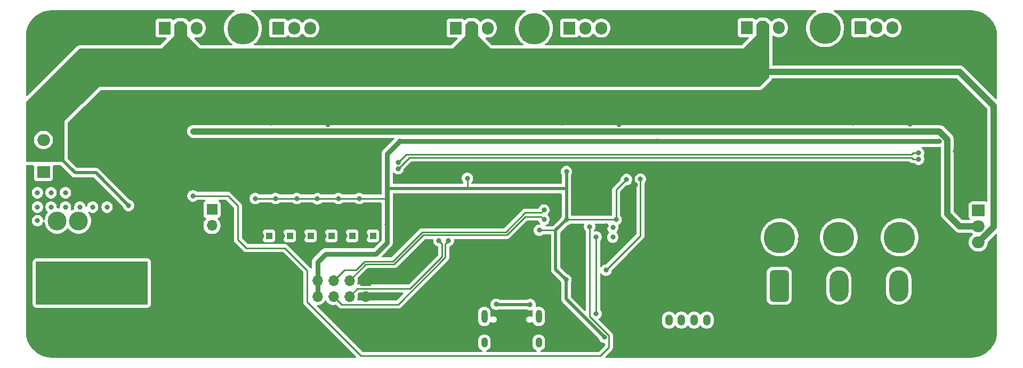
<source format=gbr>
%TF.GenerationSoftware,KiCad,Pcbnew,9.0.2*%
%TF.CreationDate,2025-05-19T15:54:50+02:00*%
%TF.ProjectId,ESC-TFG-KiCad,4553432d-5446-4472-9d4b-694361642e6b,v1.0*%
%TF.SameCoordinates,Original*%
%TF.FileFunction,Copper,L4,Bot*%
%TF.FilePolarity,Positive*%
%FSLAX46Y46*%
G04 Gerber Fmt 4.6, Leading zero omitted, Abs format (unit mm)*
G04 Created by KiCad (PCBNEW 9.0.2) date 2025-05-19 15:54:50*
%MOMM*%
%LPD*%
G01*
G04 APERTURE LIST*
G04 Aperture macros list*
%AMRoundRect*
0 Rectangle with rounded corners*
0 $1 Rounding radius*
0 $2 $3 $4 $5 $6 $7 $8 $9 X,Y pos of 4 corners*
0 Add a 4 corners polygon primitive as box body*
4,1,4,$2,$3,$4,$5,$6,$7,$8,$9,$2,$3,0*
0 Add four circle primitives for the rounded corners*
1,1,$1+$1,$2,$3*
1,1,$1+$1,$4,$5*
1,1,$1+$1,$6,$7*
1,1,$1+$1,$8,$9*
0 Add four rect primitives between the rounded corners*
20,1,$1+$1,$2,$3,$4,$5,0*
20,1,$1+$1,$4,$5,$6,$7,0*
20,1,$1+$1,$6,$7,$8,$9,0*
20,1,$1+$1,$8,$9,$2,$3,0*%
G04 Aperture macros list end*
%TA.AperFunction,ComponentPad*%
%ADD10C,2.900000*%
%TD*%
%TA.AperFunction,ConnectorPad*%
%ADD11C,5.000000*%
%TD*%
%TA.AperFunction,ComponentPad*%
%ADD12R,1.000000X1.000000*%
%TD*%
%TA.AperFunction,ComponentPad*%
%ADD13C,1.000000*%
%TD*%
%TA.AperFunction,ComponentPad*%
%ADD14R,1.700000X1.700000*%
%TD*%
%TA.AperFunction,ComponentPad*%
%ADD15O,1.700000X1.700000*%
%TD*%
%TA.AperFunction,ComponentPad*%
%ADD16R,2.000000X1.905000*%
%TD*%
%TA.AperFunction,ComponentPad*%
%ADD17O,2.000000X1.905000*%
%TD*%
%TA.AperFunction,ComponentPad*%
%ADD18R,1.905000X2.000000*%
%TD*%
%TA.AperFunction,ComponentPad*%
%ADD19O,1.905000X2.000000*%
%TD*%
%TA.AperFunction,ComponentPad*%
%ADD20C,0.800000*%
%TD*%
%TA.AperFunction,ComponentPad*%
%ADD21C,6.400000*%
%TD*%
%TA.AperFunction,HeatsinkPad*%
%ADD22O,1.000000X2.100000*%
%TD*%
%TA.AperFunction,HeatsinkPad*%
%ADD23O,1.000000X1.600000*%
%TD*%
%TA.AperFunction,ComponentPad*%
%ADD24R,2.400000X2.400000*%
%TD*%
%TA.AperFunction,ComponentPad*%
%ADD25C,2.400000*%
%TD*%
%TA.AperFunction,ComponentPad*%
%ADD26RoundRect,0.250000X-0.350000X-0.625000X0.350000X-0.625000X0.350000X0.625000X-0.350000X0.625000X0*%
%TD*%
%TA.AperFunction,ComponentPad*%
%ADD27O,1.200000X1.750000*%
%TD*%
%TA.AperFunction,ComponentPad*%
%ADD28RoundRect,0.500000X-1.000000X-2.000000X1.000000X-2.000000X1.000000X2.000000X-1.000000X2.000000X0*%
%TD*%
%TA.AperFunction,ComponentPad*%
%ADD29O,3.000000X5.000000*%
%TD*%
%TA.AperFunction,ComponentPad*%
%ADD30C,3.000000*%
%TD*%
%TA.AperFunction,ViaPad*%
%ADD31C,0.800000*%
%TD*%
%TA.AperFunction,Conductor*%
%ADD32C,0.762000*%
%TD*%
%TA.AperFunction,Conductor*%
%ADD33C,0.254000*%
%TD*%
%TA.AperFunction,Conductor*%
%ADD34C,0.508000*%
%TD*%
%TA.AperFunction,Conductor*%
%ADD35C,0.250000*%
%TD*%
%TA.AperFunction,Conductor*%
%ADD36C,1.016000*%
%TD*%
G04 APERTURE END LIST*
D10*
%TO.P,J8,1,Pin_1*%
%TO.N,Net-(D19-A2)*%
X205973000Y-100504000D03*
D11*
X205973000Y-100504000D03*
%TD*%
D12*
%TO.P,TH5,1*%
%TO.N,/Sensores/T5*%
X119040980Y-100250000D03*
D13*
%TO.P,TH5,2*%
%TO.N,GND*%
X117770980Y-100250000D03*
%TD*%
D14*
%TO.P,L2,1,1*%
%TO.N,+5V*%
X96774250Y-96059000D03*
D15*
%TO.P,L2,2,2*%
%TO.N,Net-(Q1-D)*%
X96774250Y-98599000D03*
%TD*%
D16*
%TO.P,U2,1,ADJ*%
%TO.N,/V_DIV_12*%
X218490000Y-96208000D03*
D17*
%TO.P,U2,2,VO*%
%TO.N,+12V*%
X218490000Y-98748000D03*
%TO.P,U2,3,VI*%
%TO.N,+24V*%
X218490000Y-101288000D03*
%TD*%
D10*
%TO.P,J7,1,Pin_1*%
%TO.N,/Medio-Puente-W/PHASE_OUT*%
X194161000Y-67235001D03*
D11*
X194161000Y-67235001D03*
%TD*%
D12*
%TO.P,TH1,1*%
%TO.N,/Sensores/T1*%
X105832980Y-100250000D03*
D13*
%TO.P,TH1,2*%
%TO.N,GND*%
X104562980Y-100250000D03*
%TD*%
D18*
%TO.P,Q4,1,G*%
%TO.N,Net-(Q4-G)*%
X135487000Y-67220000D03*
D19*
%TO.P,Q4,2,D*%
%TO.N,+24V*%
X138027000Y-67220000D03*
%TO.P,Q4,3,S*%
%TO.N,/Medio-Puente-V/PHASE_OUT*%
X140567000Y-67220000D03*
%TD*%
D20*
%TO.P,H1,1,1*%
%TO.N,GND*%
X68953000Y-115490000D03*
X69655944Y-113792944D03*
X69655944Y-117187056D03*
X71353000Y-113090000D03*
D21*
X71353000Y-115490000D03*
D20*
X71353000Y-117890000D03*
X73050056Y-113792944D03*
X73050056Y-117187056D03*
X73753000Y-115490000D03*
%TD*%
D12*
%TO.P,TH4,1*%
%TO.N,/Sensores/T4*%
X115738980Y-100250000D03*
D13*
%TO.P,TH4,2*%
%TO.N,GND*%
X114468980Y-100250000D03*
%TD*%
D22*
%TO.P,J2,S1,SHIELD*%
%TO.N,unconnected-(J2-SHIELD-PadS1)_1*%
X140033000Y-113051000D03*
D23*
%TO.N,unconnected-(J2-SHIELD-PadS1)_2*%
X140033000Y-117231000D03*
D22*
%TO.N,unconnected-(J2-SHIELD-PadS1)_3*%
X148673000Y-113051000D03*
D23*
%TO.N,unconnected-(J2-SHIELD-PadS1)*%
X148673000Y-117231000D03*
%TD*%
D18*
%TO.P,Q3,1,G*%
%TO.N,Net-(Q3-G)*%
X107293000Y-67220000D03*
D19*
%TO.P,Q3,2,D*%
%TO.N,/Medio-Puente-U/PHASE_OUT*%
X109833000Y-67220000D03*
%TO.P,Q3,3,S*%
%TO.N,/Medio-Puente-U/Shunt*%
X112373000Y-67220000D03*
%TD*%
D10*
%TO.P,J5,1,Pin_1*%
%TO.N,/Medio-Puente-U/PHASE_OUT*%
X101705000Y-67291000D03*
D11*
X101705000Y-67291000D03*
%TD*%
D24*
%TO.P,C25,1*%
%TO.N,+24V*%
X82148000Y-74205000D03*
D25*
%TO.P,C25,2*%
%TO.N,GND*%
X82148000Y-79205000D03*
%TD*%
D18*
%TO.P,Q7,1,G*%
%TO.N,Net-(Q7-G)*%
X199749000Y-67164001D03*
D19*
%TO.P,Q7,2,D*%
%TO.N,/Medio-Puente-W/PHASE_OUT*%
X202289000Y-67164001D03*
%TO.P,Q7,3,S*%
%TO.N,/Medio-Puente-W/Shunt*%
X204829000Y-67164001D03*
%TD*%
D20*
%TO.P,H3,1,1*%
%TO.N,GND*%
X214953000Y-68490000D03*
X215655944Y-66792944D03*
X215655944Y-70187056D03*
X217353000Y-66090000D03*
D21*
X217353000Y-68490000D03*
D20*
X217353000Y-70890000D03*
X219050056Y-66792944D03*
X219050056Y-70187056D03*
X219753000Y-68490000D03*
%TD*%
D14*
%TO.P,J3,1,Pin_1*%
%TO.N,GND*%
X121153000Y-107340000D03*
D15*
%TO.P,J3,2,Pin_2*%
X121153000Y-109880000D03*
%TO.P,J3,3,Pin_3*%
%TO.N,/SWSCK*%
X118613000Y-107340000D03*
%TO.P,J3,4,Pin_4*%
%TO.N,/I2C_SCL*%
X118613000Y-109880000D03*
%TO.P,J3,5,Pin_5*%
%TO.N,/SWDIO*%
X116073000Y-107340000D03*
%TO.P,J3,6,Pin_6*%
%TO.N,/I2C_SDA*%
X116073000Y-109880000D03*
%TO.P,J3,7,Pin_7*%
%TO.N,+3V3*%
X113533000Y-107340000D03*
%TO.P,J3,8,Pin_8*%
X113533000Y-109880000D03*
%TD*%
D12*
%TO.P,TH3,1*%
%TO.N,/Sensores/T3*%
X112436980Y-100250000D03*
D13*
%TO.P,TH3,2*%
%TO.N,GND*%
X111166980Y-100250000D03*
%TD*%
D16*
%TO.P,D12,1,A*%
%TO.N,/24V fused*%
X70012000Y-90090000D03*
D17*
%TO.P,D12,2,K*%
%TO.N,+24V*%
X70012000Y-87550000D03*
%TO.P,D12,3,A*%
%TO.N,/24V fused*%
X70012000Y-85010000D03*
%TD*%
D20*
%TO.P,H2,1,1*%
%TO.N,GND*%
X68953000Y-68490000D03*
X69655944Y-66792944D03*
X69655944Y-70187056D03*
X71353000Y-66090000D03*
D21*
X71353000Y-68490000D03*
D20*
X71353000Y-70890000D03*
X73050056Y-66792944D03*
X73050056Y-70187056D03*
X73753000Y-68490000D03*
%TD*%
D26*
%TO.P,J1,1,Pin_1*%
%TO.N,GND*%
X167353000Y-113640000D03*
D27*
%TO.P,J1,2,Pin_2*%
%TO.N,/PB3*%
X169353000Y-113640000D03*
%TO.P,J1,3,Pin_3*%
%TO.N,/PB4*%
X171353000Y-113640000D03*
%TO.P,J1,4,Pin_4*%
%TO.N,/PB5*%
X173353000Y-113640000D03*
%TO.P,J1,5,Pin_5*%
%TO.N,+3V3*%
X175353000Y-113640000D03*
%TD*%
D10*
%TO.P,J6,1,Pin_1*%
%TO.N,/Medio-Puente-V/PHASE_OUT*%
X147933000Y-67291001D03*
D11*
X147933000Y-67291001D03*
%TD*%
D28*
%TO.P,J9,1,Pin_1*%
%TO.N,Net-(D29-A2)*%
X186853200Y-108190000D03*
D29*
%TO.P,J9,2,Pin_2*%
%TO.N,Net-(D24-A2)*%
X196353200Y-108190000D03*
%TO.P,J9,3,Pin_3*%
%TO.N,Net-(D19-A2)*%
X205853000Y-108180000D03*
%TD*%
D24*
%TO.P,C45,1*%
%TO.N,+24V*%
X174604000Y-74149000D03*
D25*
%TO.P,C45,2*%
%TO.N,GND*%
X174604000Y-79149000D03*
%TD*%
D10*
%TO.P,J10,1,Pin_1*%
%TO.N,Net-(D24-A2)*%
X196321000Y-100504000D03*
D11*
X196321000Y-100504000D03*
%TD*%
D18*
%TO.P,Q2,1,G*%
%TO.N,Net-(Q2-G)*%
X89259000Y-67220000D03*
D19*
%TO.P,Q2,2,D*%
%TO.N,+24V*%
X91799000Y-67220000D03*
%TO.P,Q2,3,S*%
%TO.N,/Medio-Puente-U/PHASE_OUT*%
X94339000Y-67220000D03*
%TD*%
D18*
%TO.P,Q6,1,G*%
%TO.N,Net-(Q6-G)*%
X181715000Y-67164000D03*
D19*
%TO.P,Q6,2,D*%
%TO.N,+24V*%
X184255000Y-67164000D03*
%TO.P,Q6,3,S*%
%TO.N,/Medio-Puente-W/PHASE_OUT*%
X186795000Y-67164000D03*
%TD*%
D30*
%TO.P,F2,1*%
%TO.N,/24V in*%
X72193000Y-107690000D03*
X75593000Y-107690000D03*
%TO.P,F2,2*%
%TO.N,/24V fused*%
X72193000Y-97890000D03*
X75593000Y-97890000D03*
%TD*%
D12*
%TO.P,TH6,1*%
%TO.N,/Sensores/T6*%
X122342980Y-100250000D03*
D13*
%TO.P,TH6,2*%
%TO.N,GND*%
X121072980Y-100250000D03*
%TD*%
D20*
%TO.P,H4,1,1*%
%TO.N,GND*%
X214953000Y-115490000D03*
X215655944Y-113792944D03*
X215655944Y-117187056D03*
X217353000Y-113090000D03*
D21*
X217353000Y-115490000D03*
D20*
X217353000Y-117890000D03*
X219050056Y-113792944D03*
X219050056Y-117187056D03*
X219753000Y-115490000D03*
%TD*%
D28*
%TO.P,J4,1,Pin_1*%
%TO.N,/24V in*%
X84603000Y-108134000D03*
D29*
%TO.P,J4,2,Pin_2*%
%TO.N,GND*%
X94103000Y-108134000D03*
%TD*%
D10*
%TO.P,J11,1,Pin_1*%
%TO.N,Net-(D29-A2)*%
X186923000Y-100504000D03*
D11*
X186923000Y-100504000D03*
%TD*%
D12*
%TO.P,TH2,1*%
%TO.N,/Sensores/T2*%
X109134980Y-100250000D03*
D13*
%TO.P,TH2,2*%
%TO.N,GND*%
X107864980Y-100250000D03*
%TD*%
D24*
%TO.P,C35,1*%
%TO.N,+24V*%
X128376000Y-74205000D03*
D25*
%TO.P,C35,2*%
%TO.N,GND*%
X128376000Y-79205000D03*
%TD*%
D18*
%TO.P,Q5,1,G*%
%TO.N,Net-(Q5-G)*%
X153521000Y-67220001D03*
D19*
%TO.P,Q5,2,D*%
%TO.N,/Medio-Puente-V/PHASE_OUT*%
X156061000Y-67220001D03*
%TO.P,Q5,3,S*%
%TO.N,/Medio-Puente-V/Shunt*%
X158601000Y-67220001D03*
%TD*%
D31*
%TO.N,GND*%
X78465000Y-86534000D03*
X102595000Y-118792000D03*
X82529000Y-69262000D03*
X210545000Y-112950000D03*
X132821000Y-65198000D03*
X204576000Y-79681000D03*
X208513000Y-114982000D03*
X118851000Y-114728000D03*
X77957000Y-114728000D03*
X190225000Y-102790000D03*
X151109000Y-117776000D03*
X151170000Y-78656000D03*
X177017000Y-79930000D03*
X80497000Y-69262000D03*
X202417000Y-90598000D03*
X124693000Y-69262000D03*
X163809000Y-108378000D03*
X178033000Y-95424000D03*
X82021000Y-114728000D03*
X136377000Y-115744000D03*
X167873000Y-101520000D03*
X202417000Y-106854000D03*
X200385000Y-119046000D03*
X86085000Y-118792000D03*
X168889000Y-81962000D03*
X180065000Y-114982000D03*
X206481000Y-117014000D03*
X176001000Y-108378000D03*
X170921000Y-65198000D03*
X200385000Y-112950000D03*
X92181000Y-104568000D03*
X98277000Y-110664000D03*
X190225000Y-96694000D03*
X138917000Y-89074000D03*
X161777000Y-115236000D03*
X96245000Y-108632000D03*
X198353000Y-112950000D03*
X159364000Y-79737000D03*
X97641000Y-81515000D03*
X190225000Y-110918000D03*
X92181000Y-114728000D03*
X112119000Y-80753000D03*
X162031000Y-100504000D03*
X151109000Y-115744000D03*
X113135000Y-77705000D03*
X165841000Y-101520000D03*
X166475000Y-82023000D03*
X116057000Y-118792000D03*
X184129000Y-114982000D03*
X197398000Y-78600000D03*
X190097000Y-81459000D03*
X192257000Y-98726000D03*
X130154000Y-117903000D03*
X78465000Y-84502000D03*
X76433000Y-67230000D03*
X212577000Y-102536000D03*
X124185000Y-115744000D03*
X98277000Y-116760000D03*
X121137000Y-88566000D03*
X86085000Y-114728000D03*
X78465000Y-69262000D03*
X172953000Y-69262000D03*
X188193000Y-117014000D03*
X176001000Y-93392000D03*
X146283000Y-117014000D03*
X181081000Y-77898000D03*
X80497000Y-88566000D03*
X202417000Y-119046000D03*
X115167000Y-82531000D03*
X176001000Y-106092000D03*
X124693000Y-67230000D03*
X205592000Y-79681000D03*
X212577000Y-110664000D03*
X194289000Y-112950000D03*
X192257000Y-114982000D03*
X178033000Y-93392000D03*
X204449000Y-112950000D03*
X140949000Y-89074000D03*
X190225000Y-98726000D03*
X183113000Y-79930000D03*
X202417000Y-108886000D03*
X148888000Y-90025000D03*
X182097000Y-103806000D03*
X128757000Y-65198000D03*
X75925000Y-114728000D03*
X146283000Y-114982000D03*
X75925000Y-118792000D03*
X160380000Y-78721000D03*
X202417000Y-102790000D03*
X78465000Y-80438000D03*
X96245000Y-106600000D03*
X179049000Y-69262000D03*
X180065000Y-93392000D03*
X90149000Y-110664000D03*
X178033000Y-110664000D03*
X136885000Y-113966000D03*
X151109000Y-107616000D03*
X142981000Y-94154000D03*
X84561000Y-86534000D03*
X180065000Y-108378000D03*
X147045000Y-89074000D03*
X102849000Y-90598000D03*
X94213000Y-118792000D03*
X200385000Y-100758000D03*
X119105000Y-88566000D03*
X136885000Y-81962000D03*
X179049000Y-65198000D03*
X202417000Y-92630000D03*
X108231500Y-118967500D03*
X84561000Y-90598000D03*
X90657000Y-92630000D03*
X98277000Y-108632000D03*
X98785000Y-88566000D03*
X163490000Y-97772000D03*
X114151000Y-77705000D03*
X196321000Y-89074000D03*
X152314000Y-82340000D03*
X88117000Y-116760000D03*
X174985000Y-67230000D03*
X106086000Y-82340000D03*
X124693000Y-81962000D03*
X96245000Y-110664000D03*
X149394000Y-108378000D03*
X98277000Y-118792000D03*
X138409000Y-117776000D03*
X113135000Y-79737000D03*
X138917000Y-91106000D03*
X98277000Y-112696000D03*
X86593000Y-67230000D03*
X82021000Y-112696000D03*
X98277000Y-114728000D03*
X90657000Y-90598000D03*
X190225000Y-90598000D03*
X176001000Y-101520000D03*
X78465000Y-82470000D03*
X212703000Y-81967000D03*
X171937000Y-101520000D03*
X214990000Y-84184000D03*
X206608000Y-77649000D03*
X136885000Y-98218000D03*
X86085000Y-112696000D03*
X82529000Y-86534000D03*
X192257000Y-94662000D03*
X158348000Y-78721000D03*
X204449000Y-117014000D03*
X205973000Y-89074000D03*
X207623000Y-82475000D03*
X173969000Y-91360000D03*
X90657000Y-78406000D03*
X182097000Y-95424000D03*
X126725000Y-100758000D03*
X151109000Y-113712000D03*
X88625000Y-65198000D03*
X170921000Y-67230000D03*
X200385000Y-90598000D03*
X84561000Y-88566000D03*
X150509393Y-96909190D03*
X192257000Y-106854000D03*
X82529000Y-88566000D03*
X180065000Y-119046000D03*
X100817000Y-88566000D03*
X114151000Y-80753000D03*
X88625000Y-84502000D03*
X134853000Y-81962000D03*
X177017000Y-81962000D03*
X147045000Y-91106000D03*
X138917000Y-98218000D03*
X84561000Y-84502000D03*
X115041000Y-88566000D03*
X210545000Y-114982000D03*
X170921000Y-69262000D03*
X79989000Y-118792000D03*
X98785000Y-90598000D03*
X192257000Y-102790000D03*
X200385000Y-108886000D03*
X92181000Y-110664000D03*
X206608000Y-79681000D03*
X170921000Y-81962000D03*
X114025000Y-116760000D03*
X208513000Y-96440000D03*
X122661000Y-69262000D03*
X110977000Y-88566000D03*
X121137000Y-114728000D03*
X158348000Y-77705000D03*
X158348000Y-80753000D03*
X144251000Y-117014000D03*
X76433000Y-84502000D03*
X126725000Y-81962000D03*
X155173000Y-105838000D03*
X204576000Y-77649000D03*
X144251000Y-114982000D03*
X202417000Y-114982000D03*
X100817000Y-90598000D03*
X128249000Y-115744000D03*
X114025000Y-114728000D03*
X77957000Y-112696000D03*
X122661000Y-67230000D03*
X210545000Y-117014000D03*
X82021000Y-116760000D03*
X212577000Y-119046000D03*
X76433000Y-88566000D03*
X165841000Y-106092000D03*
X196321000Y-112950000D03*
X160634000Y-107235000D03*
X200385000Y-102790000D03*
X134853000Y-98218000D03*
X177017000Y-65198000D03*
X76433000Y-82470000D03*
X202417000Y-96694000D03*
X179049000Y-79930000D03*
X190225000Y-119046000D03*
X180065000Y-117014000D03*
X178033000Y-108378000D03*
X179049000Y-81962000D03*
X186161000Y-112950000D03*
X88117000Y-110664000D03*
X80497000Y-65198000D03*
X92689000Y-92630000D03*
X169905000Y-101520000D03*
X180065000Y-110664000D03*
X161395000Y-80753000D03*
X90055000Y-100303500D03*
X182097000Y-108378000D03*
X180065000Y-101520000D03*
X76433000Y-86534000D03*
X88625000Y-86534000D03*
X88625000Y-80438000D03*
X90149000Y-106600000D03*
X182097000Y-99488000D03*
X212577000Y-112950000D03*
X92689000Y-86534000D03*
X212577000Y-108632000D03*
X80497000Y-67230000D03*
X202417000Y-112950000D03*
X137393000Y-106600000D03*
X88625000Y-92630000D03*
X208513000Y-117014000D03*
X161777000Y-105838000D03*
X192257000Y-119046000D03*
X184129000Y-112950000D03*
X190225000Y-108886000D03*
X113009000Y-88566000D03*
X86593000Y-88566000D03*
X136885000Y-79930000D03*
X144378000Y-108555800D03*
X168889000Y-79930000D03*
X112119000Y-78721000D03*
X163809000Y-115236000D03*
X210545000Y-108632000D03*
X194289000Y-114982000D03*
X130789000Y-67230000D03*
X114025000Y-118792000D03*
X160761000Y-113839000D03*
X90149000Y-104568000D03*
X94213000Y-112696000D03*
X92181000Y-112696000D03*
X135615000Y-96948000D03*
X212577000Y-117014000D03*
X82529000Y-82470000D03*
X139362000Y-108441000D03*
X172953000Y-67230000D03*
X178033000Y-106092000D03*
X84561000Y-78406000D03*
X163809000Y-117522000D03*
X159413000Y-98661000D03*
X190225000Y-94662000D03*
X130408000Y-94154000D03*
X132313000Y-117776000D03*
X92181000Y-116760000D03*
X122661000Y-81962000D03*
X173969000Y-89328000D03*
X217149000Y-94557000D03*
X88117000Y-108632000D03*
X84561000Y-67230000D03*
X86085000Y-116760000D03*
X208513000Y-90344000D03*
X88117000Y-118792000D03*
X202417000Y-94662000D03*
X180065000Y-99488000D03*
X160380000Y-79737000D03*
X161395000Y-82531000D03*
X142473000Y-101520000D03*
X214863000Y-86810000D03*
X210545000Y-104568000D03*
X198353000Y-114982000D03*
X132821000Y-79930000D03*
X124693000Y-77898000D03*
X135939208Y-89184000D03*
X113135000Y-78721000D03*
X212577000Y-114982000D03*
X80497000Y-82470000D03*
X212577000Y-100504000D03*
X138409000Y-115744000D03*
X163809000Y-106092000D03*
X183113000Y-81962000D03*
X86593000Y-82470000D03*
X90657000Y-86534000D03*
X168279400Y-109800400D03*
X177017000Y-67230000D03*
X208513000Y-92376000D03*
X130281000Y-115744000D03*
X138966870Y-111567870D03*
X96753000Y-86534000D03*
X120247000Y-82023000D03*
X159101000Y-109775000D03*
X132821000Y-81962000D03*
X146791000Y-101520000D03*
X134853000Y-65198000D03*
X145013000Y-94154000D03*
X83513000Y-100885000D03*
X132821000Y-77898000D03*
X188193000Y-119046000D03*
X128757000Y-69262000D03*
X78465000Y-88566000D03*
X180065000Y-97456000D03*
X91546000Y-77517000D03*
X136123000Y-101520000D03*
X88625000Y-78406000D03*
X124693000Y-65198000D03*
X76433000Y-65198000D03*
X137775000Y-77478000D03*
X178033000Y-103806000D03*
X176001000Y-89328000D03*
X210545000Y-106600000D03*
X132059000Y-96186000D03*
X80497000Y-86534000D03*
X204576000Y-78665000D03*
X145013000Y-89074000D03*
X190225000Y-114982000D03*
X168889000Y-65198000D03*
X92181000Y-118792000D03*
X190225000Y-112950000D03*
X96245000Y-114728000D03*
X206608000Y-78665000D03*
X192257000Y-110918000D03*
X90149000Y-116760000D03*
X178033000Y-97456000D03*
X84053000Y-114728000D03*
X94213000Y-116760000D03*
X198353000Y-117014000D03*
X165841000Y-108378000D03*
X98785000Y-92630000D03*
X200385000Y-104822000D03*
X176001000Y-103806000D03*
X204576000Y-80697000D03*
X206481000Y-119046000D03*
X130027000Y-98218000D03*
X90149000Y-108632000D03*
X142981000Y-96186000D03*
X142219000Y-114982000D03*
X138917000Y-96186000D03*
X90657000Y-80438000D03*
X190225000Y-104822000D03*
X131932000Y-107489000D03*
X172953000Y-81962000D03*
X128757000Y-81962000D03*
X176001000Y-97456000D03*
X202417000Y-110918000D03*
X176001000Y-95424000D03*
X124693000Y-79930000D03*
X86593000Y-90598000D03*
X83545000Y-93519000D03*
X200385000Y-106854000D03*
X130789000Y-79930000D03*
X92689000Y-90598000D03*
X128757000Y-67230000D03*
X210545000Y-90344000D03*
X153903000Y-102536000D03*
X192257000Y-104822000D03*
X90657000Y-82470000D03*
X200385000Y-114982000D03*
X92689000Y-88566000D03*
X192257000Y-117014000D03*
X117073000Y-88566000D03*
X130789000Y-69262000D03*
X207623000Y-80697000D03*
X146791000Y-105584000D03*
X96753000Y-92630000D03*
X77957000Y-116760000D03*
X200385000Y-117014000D03*
X86593000Y-80438000D03*
X190225000Y-106854000D03*
X139425000Y-106600000D03*
X208513000Y-94408000D03*
X88117000Y-112696000D03*
X173969000Y-101520000D03*
X114151000Y-78721000D03*
X94721000Y-92630000D03*
X168889000Y-77898000D03*
X208513000Y-119046000D03*
X163809000Y-110664000D03*
X140949000Y-91106000D03*
X160380000Y-80753000D03*
X194289000Y-119046000D03*
X88117000Y-114728000D03*
X173969000Y-97456000D03*
X115803000Y-112442000D03*
X122661000Y-79930000D03*
X204449000Y-114982000D03*
X122661000Y-65198000D03*
X115167000Y-80753000D03*
X149705000Y-111546000D03*
X130027000Y-96186000D03*
X151109000Y-109648000D03*
X206481000Y-114982000D03*
X178033000Y-114982000D03*
X159364000Y-78721000D03*
X198542000Y-82284000D03*
X180065000Y-91360000D03*
X142981000Y-91106000D03*
X80497000Y-84502000D03*
X148823000Y-105584000D03*
X174985000Y-69262000D03*
X138917000Y-94154000D03*
X194289000Y-117014000D03*
X200385000Y-96694000D03*
X84561000Y-65198000D03*
X151109000Y-111680000D03*
X132821000Y-69262000D03*
X88625000Y-88566000D03*
X182097000Y-93392000D03*
X82529000Y-90598000D03*
X138409000Y-101520000D03*
X130789000Y-81962000D03*
X215244000Y-106495000D03*
X86593000Y-84502000D03*
X210545000Y-110664000D03*
X202417000Y-98726000D03*
X181081000Y-81962000D03*
X178033000Y-89328000D03*
X182097000Y-91360000D03*
X98277000Y-104568000D03*
X192257000Y-112950000D03*
X202417000Y-100758000D03*
X77957000Y-118792000D03*
X126084347Y-117897347D03*
X118089000Y-118792000D03*
X163809000Y-112950000D03*
X132048699Y-90989301D03*
X108691000Y-106600000D03*
X88625000Y-90598000D03*
X129541000Y-110642000D03*
X212577000Y-104568000D03*
X88117000Y-104568000D03*
X186161000Y-117014000D03*
X90149000Y-114728000D03*
X188193000Y-114982000D03*
X188193000Y-112950000D03*
X130789000Y-77898000D03*
X96245000Y-112696000D03*
X180065000Y-89328000D03*
X82529000Y-67230000D03*
X205592000Y-78665000D03*
X180065000Y-106092000D03*
X132313000Y-115744000D03*
X205592000Y-77649000D03*
X159364000Y-80753000D03*
X182097000Y-106092000D03*
X182097000Y-89328000D03*
X126725000Y-69262000D03*
X176001000Y-91360000D03*
X210545000Y-94408000D03*
X108945000Y-88566000D03*
X215244000Y-110686000D03*
X210545000Y-100504000D03*
X202417000Y-104822000D03*
X90657000Y-88566000D03*
X121137000Y-112442000D03*
X78465000Y-65198000D03*
X200385000Y-92630000D03*
X90657000Y-84502000D03*
X178033000Y-112950000D03*
X136377000Y-117776000D03*
X134853000Y-79930000D03*
X86593000Y-86534000D03*
X177017000Y-77898000D03*
X182097000Y-119046000D03*
X132821000Y-67230000D03*
X186161000Y-119046000D03*
X110723000Y-111426000D03*
X79989000Y-116760000D03*
X140949000Y-98218000D03*
X192257000Y-100758000D03*
X106913000Y-88566000D03*
X75925000Y-116760000D03*
X192257000Y-108886000D03*
X146791000Y-107616000D03*
X84053000Y-118792000D03*
X192257000Y-92630000D03*
X170921000Y-77898000D03*
X141457000Y-106600000D03*
X161777000Y-110664000D03*
X104942000Y-78656000D03*
X206481000Y-112950000D03*
X190225000Y-100758000D03*
X84561000Y-69262000D03*
X186923000Y-89074000D03*
X204449000Y-119046000D03*
X96245000Y-104568000D03*
X122661000Y-77898000D03*
X104119000Y-117544000D03*
X159364000Y-77705000D03*
X90149000Y-118792000D03*
X126725000Y-65198000D03*
X182097000Y-112950000D03*
X98277000Y-106600000D03*
X98785000Y-86534000D03*
X116057000Y-116760000D03*
X96753000Y-90598000D03*
X126725000Y-67230000D03*
X205592000Y-80697000D03*
X132059000Y-98218000D03*
X210545000Y-98472000D03*
X79989000Y-112696000D03*
X206608000Y-80697000D03*
X140949000Y-96186000D03*
X114151000Y-79737000D03*
X113135000Y-80753000D03*
X180065000Y-112950000D03*
X182097000Y-117014000D03*
X94213000Y-114728000D03*
X182097000Y-101520000D03*
X76433000Y-69262000D03*
X190225000Y-117014000D03*
X168635000Y-108378000D03*
X210545000Y-96440000D03*
X102595000Y-108378000D03*
X172953000Y-65198000D03*
X168889000Y-69262000D03*
X196321000Y-114982000D03*
X171429000Y-106092000D03*
X168635000Y-106092000D03*
X178033000Y-91360000D03*
X96753000Y-88566000D03*
X210545000Y-102536000D03*
X178033000Y-119046000D03*
X88625000Y-82470000D03*
X192257000Y-96694000D03*
X164013347Y-92162347D03*
X111993000Y-118792000D03*
X82529000Y-84502000D03*
X190225000Y-92630000D03*
X170921000Y-79930000D03*
X75925000Y-112696000D03*
X102595000Y-112696000D03*
X182097000Y-97456000D03*
X88117000Y-106600000D03*
X200385000Y-94662000D03*
X82021000Y-118792000D03*
X178033000Y-99488000D03*
X196321000Y-117014000D03*
X161777000Y-117522000D03*
X142219000Y-117014000D03*
X184003000Y-77478000D03*
X102595000Y-106600000D03*
X202417000Y-117014000D03*
X178033000Y-101520000D03*
X82529000Y-65198000D03*
X173969000Y-106092000D03*
X143869000Y-81515000D03*
X200385000Y-98726000D03*
X184129000Y-119046000D03*
X142981000Y-98218000D03*
X140949000Y-94154000D03*
X94721000Y-88566000D03*
X174985000Y-65198000D03*
X173969000Y-99488000D03*
X134345000Y-117776000D03*
X86593000Y-69262000D03*
X208513000Y-110664000D03*
X168889000Y-67230000D03*
X153141000Y-113839000D03*
X173969000Y-108378000D03*
X112119000Y-79737000D03*
X126217000Y-115744000D03*
X84561000Y-80438000D03*
X160380000Y-77705000D03*
X169143000Y-89963000D03*
X182097000Y-110664000D03*
X173066000Y-95613000D03*
X111993000Y-116760000D03*
X84053000Y-116760000D03*
X112119000Y-77705000D03*
X79989000Y-114728000D03*
X96245000Y-116760000D03*
X198353000Y-119046000D03*
X78465000Y-67230000D03*
X134345000Y-115744000D03*
X118851000Y-112442000D03*
X179049000Y-67230000D03*
X181081000Y-79930000D03*
X90149000Y-112696000D03*
X192257000Y-90598000D03*
X179049000Y-77898000D03*
X182097000Y-114982000D03*
X210545000Y-119046000D03*
X196321000Y-119046000D03*
X181081000Y-65198000D03*
X134853000Y-77898000D03*
X208513000Y-112950000D03*
X84561000Y-82470000D03*
X111739000Y-102790000D03*
X186161000Y-114982000D03*
X200385000Y-110918000D03*
X177017000Y-69262000D03*
X174350000Y-109775000D03*
X184129000Y-117014000D03*
X84053000Y-112696000D03*
X96245000Y-118792000D03*
X176001000Y-99488000D03*
X130789000Y-65198000D03*
X140441000Y-101520000D03*
X104881000Y-88566000D03*
X210545000Y-92376000D03*
X180065000Y-95424000D03*
X178033000Y-117014000D03*
X86593000Y-65198000D03*
X94721000Y-86534000D03*
X214990000Y-81073000D03*
X158348000Y-79737000D03*
X173969000Y-93392000D03*
X212577000Y-106600000D03*
X94721000Y-90598000D03*
X180065000Y-103806000D03*
X102849000Y-88566000D03*
X86593000Y-78406000D03*
X174985000Y-81962000D03*
%TO.N,+3V3*%
X110248980Y-94310000D03*
X126598000Y-85198000D03*
X113517000Y-94343980D03*
X124591400Y-98421200D03*
X106877980Y-94310000D03*
X162597847Y-91291847D03*
X137348500Y-91084000D03*
X153076000Y-97658000D03*
X159101000Y-116379000D03*
X212323000Y-85198000D03*
X160963000Y-97658000D03*
X103644980Y-94310000D03*
X153014000Y-107235000D03*
X120154980Y-94310000D03*
X153076000Y-90025000D03*
X148754000Y-99361000D03*
X167492000Y-85198000D03*
X116852980Y-94310000D03*
%TO.N,/BOOT0*%
X157777000Y-112632000D03*
X157777000Y-100427800D03*
%TO.N,/NRST*%
X159364000Y-105711000D03*
X164825000Y-91233000D03*
%TO.N,/Sensores/12V_SENS*%
X209021000Y-88058000D03*
X126336183Y-89574183D03*
%TO.N,/SWSCK*%
X149516400Y-97645000D03*
%TO.N,/SWDIO*%
X149516400Y-96129402D03*
%TO.N,/PB7*%
X93761500Y-93900000D03*
X156759000Y-98788000D03*
%TO.N,/I2C_SCL*%
X132821000Y-101012000D03*
X160442000Y-100439000D03*
%TO.N,/I2C_SDA*%
X160442000Y-98915000D03*
X134345000Y-101012000D03*
%TO.N,+12V*%
X140060000Y-83640000D03*
X186288000Y-83674000D03*
X93832000Y-83640000D03*
%TO.N,+24V*%
X220963000Y-81073000D03*
X83545000Y-95424000D03*
%TO.N,/Sensores/24V_SENS*%
X126344000Y-88566000D03*
X209021000Y-87057997D03*
%TO.N,/24V fused*%
X73512000Y-93392000D03*
X71226000Y-95678000D03*
X69067000Y-97837000D03*
X69067000Y-93392000D03*
X69067000Y-95678000D03*
X80116000Y-95678000D03*
X73512000Y-95678000D03*
X77830000Y-95678000D03*
X75798000Y-95678000D03*
X71226000Y-93392000D03*
%TO.N,/24V in*%
X82021000Y-109902000D03*
X77957000Y-109902000D03*
X79989000Y-109902000D03*
X69829000Y-109902000D03*
X75925000Y-105330000D03*
X79989000Y-107616000D03*
X79989000Y-105330000D03*
X75925000Y-109902000D03*
X71861000Y-109902000D03*
X69829000Y-107616000D03*
X82021000Y-105330000D03*
X73893000Y-105330000D03*
X69829000Y-105330000D03*
X82021000Y-107616000D03*
X77957000Y-105330000D03*
X77957000Y-107616000D03*
X73893000Y-109902000D03*
X71861000Y-105330000D03*
%TO.N,VDC*%
X141908000Y-111115000D03*
X147299000Y-111172000D03*
%TD*%
D32*
%TO.N,+3V3*%
X113533000Y-109880000D02*
X113533000Y-107340000D01*
D33*
X137348500Y-91084000D02*
X137348500Y-92674500D01*
D34*
X153076000Y-90025000D02*
X153076000Y-97658000D01*
D33*
X153190000Y-97658000D02*
X153076000Y-97658000D01*
D35*
X148754000Y-99361000D02*
X151373000Y-99361000D01*
D32*
X124591400Y-92782400D02*
X124591400Y-87204600D01*
D34*
X137799400Y-92757000D02*
X124616800Y-92757000D01*
D32*
X124591400Y-87204600D02*
X126598000Y-85198000D01*
D34*
X151373000Y-105594000D02*
X153014000Y-107235000D01*
D35*
X160963000Y-92926694D02*
X160963000Y-97658000D01*
D34*
X151373000Y-99361000D02*
X151373000Y-105594000D01*
D33*
X120154980Y-94310000D02*
X124591400Y-94310000D01*
D34*
X124616800Y-92757000D02*
X124591400Y-92782400D01*
X137799400Y-92757000D02*
X153076000Y-92757000D01*
D32*
X167492000Y-85198000D02*
X212323000Y-85198000D01*
X122838800Y-103120200D02*
X114812400Y-103120200D01*
D33*
X160963000Y-97658000D02*
X153190000Y-97658000D01*
D34*
X137266000Y-92757000D02*
X137799400Y-92757000D01*
X151373000Y-99361000D02*
X153076000Y-97658000D01*
D33*
X116852980Y-94310000D02*
X120154980Y-94310000D01*
D32*
X113533000Y-104399600D02*
X113533000Y-107340000D01*
D34*
X153014000Y-107235000D02*
X153014000Y-110292000D01*
D33*
X124591400Y-94310000D02*
X124591400Y-98421200D01*
X103644980Y-94310000D02*
X116852980Y-94310000D01*
X137348500Y-92674500D02*
X137266000Y-92757000D01*
D32*
X124591400Y-98421200D02*
X124591400Y-94357200D01*
X124591400Y-101367600D02*
X122838800Y-103120200D01*
X124591400Y-98421200D02*
X124591400Y-101367600D01*
X114812400Y-103120200D02*
X113533000Y-104399600D01*
X124591400Y-94357200D02*
X124591400Y-92782400D01*
D35*
X162597847Y-91291847D02*
X160963000Y-92926694D01*
D34*
X153014000Y-110292000D02*
X159101000Y-116379000D01*
D32*
X126598000Y-85198000D02*
X167492000Y-85198000D01*
X113533000Y-107340000D02*
X113517000Y-107324000D01*
D33*
X124591400Y-98421200D02*
X124679800Y-98509600D01*
%TO.N,/BOOT0*%
X157777000Y-100427800D02*
X157777000Y-112632000D01*
%TO.N,/NRST*%
X159364000Y-105711000D02*
X164825000Y-100250000D01*
X164825000Y-100250000D02*
X164825000Y-91233000D01*
D35*
%TO.N,/Sensores/12V_SENS*%
X208132000Y-88058000D02*
X207878000Y-87804000D01*
X209021000Y-88058000D02*
X208132000Y-88058000D01*
X128132720Y-87804000D02*
X126362537Y-89574183D01*
X126362537Y-89574183D02*
X126336183Y-89574183D01*
X207878000Y-87804000D02*
X128132720Y-87804000D01*
D33*
%TO.N,/SWSCK*%
X125709000Y-104745800D02*
X130331800Y-100123000D01*
X143624468Y-100123000D02*
X146545468Y-97202000D01*
X118613000Y-107340000D02*
X121207200Y-104745800D01*
X146545468Y-97202000D02*
X149073400Y-97202000D01*
X121207200Y-104745800D02*
X125709000Y-104745800D01*
X149073400Y-97202000D02*
X149516400Y-97645000D01*
X130331800Y-100123000D02*
X143624468Y-100123000D01*
%TO.N,/SWDIO*%
X143436000Y-99668000D02*
X146537000Y-96567000D01*
X125520532Y-104290800D02*
X130143333Y-99668000D01*
X121018733Y-104290800D02*
X125520532Y-104290800D01*
X149078802Y-96567000D02*
X149516400Y-96129402D01*
X116073000Y-107340000D02*
X117768500Y-105644500D01*
X117768500Y-105644500D02*
X119665032Y-105644500D01*
X146537000Y-96567000D02*
X149078802Y-96567000D01*
X130143333Y-99668000D02*
X143436000Y-99668000D01*
X119665032Y-105644500D02*
X121018733Y-104290800D01*
%TO.N,/PB7*%
X111916800Y-110791000D02*
X111916800Y-105736400D01*
X158485800Y-119340000D02*
X120465800Y-119340000D01*
X156759000Y-98788000D02*
X156759000Y-113007452D01*
X156759000Y-113007452D02*
X159829000Y-116077452D01*
X159829000Y-116077452D02*
X159829000Y-117996800D01*
X99318400Y-93900000D02*
X93761500Y-93900000D01*
X102214000Y-102180400D02*
X100893200Y-100859600D01*
X100893200Y-100859600D02*
X100893200Y-95474800D01*
X120465800Y-119340000D02*
X111916800Y-110791000D01*
X111916800Y-105736400D02*
X108360800Y-102180400D01*
X108360800Y-102180400D02*
X102214000Y-102180400D01*
X159829000Y-117996800D02*
X158485800Y-119340000D01*
X100893200Y-95474800D02*
X99318400Y-93900000D01*
%TO.N,/I2C_SCL*%
X132821000Y-101012000D02*
X133329000Y-101520000D01*
X119861000Y-108632000D02*
X118613000Y-109880000D01*
X128240532Y-108632000D02*
X119861000Y-108632000D01*
X133329000Y-103543532D02*
X133329000Y-101520000D01*
X133329000Y-103543532D02*
X128240532Y-108632000D01*
%TO.N,/I2C_SDA*%
X133837000Y-103679000D02*
X126344000Y-111172000D01*
X126344000Y-111172000D02*
X117365000Y-111172000D01*
X133837000Y-103679000D02*
X133837000Y-101520000D01*
X134345000Y-101012000D02*
X133837000Y-101520000D01*
X117365000Y-111172000D02*
X116073000Y-109880000D01*
D36*
%TO.N,+12V*%
X140060000Y-83640000D02*
X211815000Y-83640000D01*
X213593000Y-96821000D02*
X215520000Y-98748000D01*
X211815000Y-83640000D02*
X212333363Y-83640000D01*
X140060000Y-83640000D02*
X93832000Y-83640000D01*
X215520000Y-98748000D02*
X218490000Y-98748000D01*
X213593000Y-84899637D02*
X213593000Y-96821000D01*
X212333363Y-83640000D02*
X213593000Y-84899637D01*
%TO.N,+24V*%
X218490000Y-101288000D02*
X220963000Y-98815000D01*
X220963000Y-79614000D02*
X215498000Y-74149000D01*
X220963000Y-81073000D02*
X220963000Y-79614000D01*
X215498000Y-74149000D02*
X174604000Y-74149000D01*
D34*
X72369000Y-87550000D02*
X75036000Y-90217000D01*
X78338000Y-90217000D02*
X83545000Y-95424000D01*
X70012000Y-87550000D02*
X72369000Y-87550000D01*
X75036000Y-90217000D02*
X78338000Y-90217000D01*
D36*
X220963000Y-98815000D02*
X220963000Y-81073000D01*
D35*
%TO.N,/Sensores/24V_SENS*%
X127614000Y-87296000D02*
X126344000Y-88566000D01*
X207878000Y-87296000D02*
X127614000Y-87296000D01*
X208132000Y-87042000D02*
X207878000Y-87296000D01*
X209005003Y-87042000D02*
X208132000Y-87042000D01*
X209021000Y-87057997D02*
X209005003Y-87042000D01*
D34*
%TO.N,VDC*%
X147299000Y-111172000D02*
X141965000Y-111172000D01*
X141965000Y-111172000D02*
X141908000Y-111115000D01*
%TD*%
%TA.AperFunction,Conductor*%
%TO.N,/24V in*%
G36*
X86556681Y-104350319D02*
G01*
X86593000Y-104438000D01*
X86593000Y-111048000D01*
X86556681Y-111135681D01*
X86469000Y-111172000D01*
X68937000Y-111172000D01*
X68849319Y-111135681D01*
X68813000Y-111048000D01*
X68813000Y-104438000D01*
X68849319Y-104350319D01*
X68937000Y-104314000D01*
X86469000Y-104314000D01*
X86556681Y-104350319D01*
G37*
%TD.AperFunction*%
%TD*%
%TA.AperFunction,Conductor*%
%TO.N,+24V*%
G36*
X184799319Y-66128319D02*
G01*
X185234681Y-66563681D01*
X185271000Y-66651362D01*
X185271000Y-68124076D01*
X185273998Y-70576500D01*
X185273990Y-70578047D01*
X185273397Y-70630742D01*
X185272000Y-70630714D01*
X181070466Y-70546534D01*
X183239000Y-68378000D01*
X183239000Y-66651362D01*
X183275319Y-66563681D01*
X183710681Y-66128319D01*
X183798362Y-66092000D01*
X184711638Y-66092000D01*
X184799319Y-66128319D01*
G37*
%TD.AperFunction*%
%TD*%
%TA.AperFunction,Conductor*%
%TO.N,+24V*%
G36*
X68567338Y-84586175D02*
G01*
X68567336Y-84586183D01*
X68511500Y-84866887D01*
X68511500Y-85153112D01*
X68567336Y-85433816D01*
X68567338Y-85433824D01*
X68676866Y-85698250D01*
X68676871Y-85698259D01*
X68835881Y-85936232D01*
X68835884Y-85936236D01*
X69038263Y-86138615D01*
X69038267Y-86138618D01*
X69276240Y-86297628D01*
X69276246Y-86297631D01*
X69276247Y-86297632D01*
X69540676Y-86407162D01*
X69821387Y-86462999D01*
X69821390Y-86463000D01*
X69821392Y-86463000D01*
X70202610Y-86463000D01*
X70202611Y-86462999D01*
X70483324Y-86407162D01*
X70747753Y-86297632D01*
X70985733Y-86138618D01*
X71188118Y-85936233D01*
X71347132Y-85698253D01*
X71456662Y-85433824D01*
X71512500Y-85153108D01*
X71512500Y-84866892D01*
X71512500Y-84866889D01*
X71512499Y-84866887D01*
X71456663Y-84586183D01*
X71456662Y-84586176D01*
X71394457Y-84436000D01*
X73385000Y-84436000D01*
X73385000Y-88376000D01*
X73348681Y-88463681D01*
X73261000Y-88500000D01*
X67413000Y-88500000D01*
X67325319Y-88463681D01*
X67289000Y-88376000D01*
X67289000Y-84436000D01*
X68629543Y-84436000D01*
X68567338Y-84586175D01*
G37*
%TD.AperFunction*%
%TD*%
%TA.AperFunction,Conductor*%
%TO.N,+24V*%
G36*
X88624000Y-70593000D02*
G01*
X94974000Y-70593000D01*
X94847000Y-70466000D01*
X134979000Y-70466000D01*
X134852000Y-70593000D01*
X141202000Y-70593000D01*
X141075000Y-70466000D01*
X181151000Y-70466000D01*
X181070466Y-70546534D01*
X185272000Y-70630714D01*
X185272000Y-74986638D01*
X185235681Y-75074319D01*
X183784319Y-76525681D01*
X183696638Y-76562000D01*
X78972999Y-76562000D01*
X73385000Y-81961998D01*
X73385000Y-88376000D01*
X73348681Y-88463681D01*
X73261000Y-88500000D01*
X67413000Y-88500000D01*
X67325319Y-88463681D01*
X67289000Y-88376000D01*
X67289000Y-84866887D01*
X68511500Y-84866887D01*
X68511500Y-85153112D01*
X68567336Y-85433816D01*
X68567338Y-85433824D01*
X68676866Y-85698250D01*
X68676871Y-85698259D01*
X68835881Y-85936232D01*
X68835884Y-85936236D01*
X69038263Y-86138615D01*
X69038267Y-86138618D01*
X69276240Y-86297628D01*
X69276246Y-86297631D01*
X69276247Y-86297632D01*
X69540676Y-86407162D01*
X69821387Y-86462999D01*
X69821390Y-86463000D01*
X69821392Y-86463000D01*
X70202610Y-86463000D01*
X70202611Y-86462999D01*
X70483324Y-86407162D01*
X70747753Y-86297632D01*
X70985733Y-86138618D01*
X71188118Y-85936233D01*
X71347132Y-85698253D01*
X71456662Y-85433824D01*
X71512500Y-85153108D01*
X71512500Y-84866892D01*
X71512500Y-84866889D01*
X71512499Y-84866887D01*
X71509056Y-84849580D01*
X71456662Y-84586176D01*
X71347132Y-84321747D01*
X71347131Y-84321746D01*
X71347128Y-84321740D01*
X71188118Y-84083767D01*
X71188115Y-84083763D01*
X70985736Y-83881384D01*
X70985732Y-83881381D01*
X70747759Y-83722371D01*
X70747750Y-83722366D01*
X70483324Y-83612838D01*
X70483316Y-83612836D01*
X70202611Y-83557000D01*
X70202608Y-83557000D01*
X69821392Y-83557000D01*
X69821389Y-83557000D01*
X69540683Y-83612836D01*
X69540675Y-83612838D01*
X69276249Y-83722366D01*
X69276240Y-83722371D01*
X69038267Y-83881381D01*
X69038263Y-83881384D01*
X68835884Y-84083763D01*
X68835881Y-84083767D01*
X68676871Y-84321740D01*
X68676866Y-84321749D01*
X68567338Y-84586175D01*
X68567336Y-84586183D01*
X68511500Y-84866887D01*
X67289000Y-84866887D01*
X67289000Y-78899362D01*
X67325319Y-78811681D01*
X75634681Y-70502319D01*
X75722362Y-70466000D01*
X88751000Y-70466000D01*
X88624000Y-70593000D01*
G37*
%TD.AperFunction*%
%TD*%
%TA.AperFunction,Conductor*%
%TO.N,+24V*%
G36*
X138571319Y-66184319D02*
G01*
X139006681Y-66619681D01*
X139043000Y-66707362D01*
X139043000Y-68434000D01*
X141202000Y-70593000D01*
X134852000Y-70593000D01*
X137011000Y-68434000D01*
X137011000Y-66707362D01*
X137047319Y-66619681D01*
X137482681Y-66184319D01*
X137570362Y-66148000D01*
X138483638Y-66148000D01*
X138571319Y-66184319D01*
G37*
%TD.AperFunction*%
%TD*%
%TA.AperFunction,Conductor*%
%TO.N,+24V*%
G36*
X92343319Y-66184319D02*
G01*
X92778681Y-66619681D01*
X92815000Y-66707362D01*
X92815000Y-68434000D01*
X94974000Y-70593000D01*
X88624000Y-70593000D01*
X90783000Y-68434000D01*
X90783000Y-66707362D01*
X90819319Y-66619681D01*
X91254681Y-66184319D01*
X91342362Y-66148000D01*
X92255638Y-66148000D01*
X92343319Y-66184319D01*
G37*
%TD.AperFunction*%
%TD*%
%TA.AperFunction,Conductor*%
%TO.N,GND*%
G36*
X215116585Y-75193819D02*
G01*
X219918181Y-79995415D01*
X219954500Y-80083096D01*
X219954500Y-94731936D01*
X219918181Y-94819617D01*
X219830500Y-94855936D01*
X219761610Y-94835038D01*
X219685287Y-94784041D01*
X219685280Y-94784038D01*
X219539296Y-94755000D01*
X217440710Y-94755000D01*
X217294712Y-94784040D01*
X217129160Y-94894660D01*
X217018540Y-95060215D01*
X217018538Y-95060219D01*
X216989500Y-95206202D01*
X216989500Y-97209789D01*
X217018540Y-97355787D01*
X217129160Y-97521340D01*
X217135639Y-97527819D01*
X217171958Y-97615500D01*
X217135639Y-97703181D01*
X217047958Y-97739500D01*
X215989096Y-97739500D01*
X215901415Y-97703181D01*
X214637819Y-96439585D01*
X214601500Y-96351904D01*
X214601500Y-84766867D01*
X214601500Y-84766865D01*
X214532772Y-84510371D01*
X214400001Y-84280404D01*
X214212233Y-84092636D01*
X212952596Y-82832999D01*
X212884274Y-82793553D01*
X212722633Y-82700229D01*
X212722634Y-82700229D01*
X212701601Y-82694593D01*
X212466135Y-82631500D01*
X211947772Y-82631500D01*
X140192772Y-82631500D01*
X93699228Y-82631500D01*
X93545331Y-82672736D01*
X93442732Y-82700228D01*
X93442731Y-82700229D01*
X93212770Y-82832996D01*
X93212765Y-82833000D01*
X93025000Y-83020765D01*
X93024996Y-83020770D01*
X92892229Y-83250731D01*
X92892228Y-83250732D01*
X92857864Y-83378981D01*
X92823500Y-83507228D01*
X92823500Y-83772772D01*
X92875046Y-83965142D01*
X92892228Y-84029267D01*
X92892229Y-84029268D01*
X93024996Y-84259229D01*
X93024998Y-84259232D01*
X93024999Y-84259233D01*
X93212767Y-84447001D01*
X93442734Y-84579772D01*
X93699228Y-84648500D01*
X125601508Y-84648500D01*
X125689189Y-84684819D01*
X125725508Y-84772500D01*
X125689189Y-84860181D01*
X123886025Y-86663345D01*
X123886019Y-86663353D01*
X123809726Y-86795499D01*
X123809726Y-86795500D01*
X123769973Y-86864354D01*
X123709900Y-87088548D01*
X123709900Y-87088550D01*
X123709900Y-93558500D01*
X123673581Y-93646181D01*
X123585900Y-93682500D01*
X120852341Y-93682500D01*
X120764660Y-93646181D01*
X120707901Y-93589422D01*
X120707900Y-93589421D01*
X120502562Y-93470869D01*
X120502561Y-93470868D01*
X120445303Y-93455526D01*
X120273533Y-93409500D01*
X120036427Y-93409500D01*
X119909613Y-93443480D01*
X119807398Y-93470868D01*
X119807397Y-93470869D01*
X119602058Y-93589422D01*
X119545300Y-93646181D01*
X119457619Y-93682500D01*
X117550341Y-93682500D01*
X117462660Y-93646181D01*
X117405901Y-93589422D01*
X117405900Y-93589421D01*
X117200562Y-93470869D01*
X117200561Y-93470868D01*
X117143303Y-93455526D01*
X116971533Y-93409500D01*
X116734427Y-93409500D01*
X116607613Y-93443480D01*
X116505398Y-93470868D01*
X116505397Y-93470869D01*
X116300058Y-93589422D01*
X116243300Y-93646181D01*
X116155619Y-93682500D01*
X114180381Y-93682500D01*
X114092700Y-93646181D01*
X114069921Y-93623402D01*
X114069920Y-93623401D01*
X113876102Y-93511500D01*
X113864582Y-93504849D01*
X113864581Y-93504848D01*
X113807323Y-93489506D01*
X113635553Y-93443480D01*
X113398447Y-93443480D01*
X113296231Y-93470869D01*
X113169418Y-93504848D01*
X113169417Y-93504849D01*
X112964078Y-93623402D01*
X112941300Y-93646181D01*
X112853619Y-93682500D01*
X110946341Y-93682500D01*
X110858660Y-93646181D01*
X110801901Y-93589422D01*
X110801900Y-93589421D01*
X110596562Y-93470869D01*
X110596561Y-93470868D01*
X110539303Y-93455526D01*
X110367533Y-93409500D01*
X110130427Y-93409500D01*
X110003613Y-93443480D01*
X109901398Y-93470868D01*
X109901397Y-93470869D01*
X109696058Y-93589422D01*
X109639300Y-93646181D01*
X109551619Y-93682500D01*
X107575341Y-93682500D01*
X107487660Y-93646181D01*
X107430901Y-93589422D01*
X107430900Y-93589421D01*
X107225562Y-93470869D01*
X107225561Y-93470868D01*
X107168303Y-93455526D01*
X106996533Y-93409500D01*
X106759427Y-93409500D01*
X106632613Y-93443480D01*
X106530398Y-93470868D01*
X106530397Y-93470869D01*
X106325058Y-93589422D01*
X106268300Y-93646181D01*
X106180619Y-93682500D01*
X104342341Y-93682500D01*
X104254660Y-93646181D01*
X104197901Y-93589422D01*
X104197900Y-93589421D01*
X103992562Y-93470869D01*
X103992561Y-93470868D01*
X103935303Y-93455526D01*
X103763533Y-93409500D01*
X103526427Y-93409500D01*
X103399613Y-93443480D01*
X103297398Y-93470868D01*
X103297397Y-93470869D01*
X103092058Y-93589422D01*
X102924402Y-93757078D01*
X102805849Y-93962417D01*
X102805848Y-93962418D01*
X102790808Y-94018550D01*
X102744480Y-94191447D01*
X102744480Y-94428553D01*
X102786365Y-94584868D01*
X102805848Y-94657581D01*
X102805849Y-94657582D01*
X102924401Y-94862920D01*
X103092060Y-95030579D01*
X103297400Y-95149132D01*
X103526427Y-95210500D01*
X103526430Y-95210500D01*
X103763530Y-95210500D01*
X103763533Y-95210500D01*
X103992560Y-95149132D01*
X104197900Y-95030579D01*
X104254660Y-94973819D01*
X104342341Y-94937500D01*
X106180619Y-94937500D01*
X106268300Y-94973819D01*
X106325060Y-95030579D01*
X106530400Y-95149132D01*
X106759427Y-95210500D01*
X106759430Y-95210500D01*
X106996530Y-95210500D01*
X106996533Y-95210500D01*
X107225560Y-95149132D01*
X107430900Y-95030579D01*
X107487660Y-94973819D01*
X107575341Y-94937500D01*
X109551619Y-94937500D01*
X109639300Y-94973819D01*
X109696060Y-95030579D01*
X109901400Y-95149132D01*
X110130427Y-95210500D01*
X110130430Y-95210500D01*
X110367530Y-95210500D01*
X110367533Y-95210500D01*
X110596560Y-95149132D01*
X110801900Y-95030579D01*
X110858660Y-94973819D01*
X110946341Y-94937500D01*
X112785659Y-94937500D01*
X112873340Y-94973819D01*
X112964080Y-95064559D01*
X113169420Y-95183112D01*
X113398447Y-95244480D01*
X113398450Y-95244480D01*
X113635550Y-95244480D01*
X113635553Y-95244480D01*
X113864580Y-95183112D01*
X114069920Y-95064559D01*
X114160660Y-94973819D01*
X114248341Y-94937500D01*
X116155619Y-94937500D01*
X116243300Y-94973819D01*
X116300060Y-95030579D01*
X116505400Y-95149132D01*
X116734427Y-95210500D01*
X116734430Y-95210500D01*
X116971530Y-95210500D01*
X116971533Y-95210500D01*
X117200560Y-95149132D01*
X117405900Y-95030579D01*
X117462660Y-94973819D01*
X117550341Y-94937500D01*
X119457619Y-94937500D01*
X119545300Y-94973819D01*
X119602060Y-95030579D01*
X119807400Y-95149132D01*
X120036427Y-95210500D01*
X120036430Y-95210500D01*
X120273530Y-95210500D01*
X120273533Y-95210500D01*
X120502560Y-95149132D01*
X120707900Y-95030579D01*
X120764660Y-94973819D01*
X120852341Y-94937500D01*
X123585900Y-94937500D01*
X123673581Y-94973819D01*
X123709900Y-95061500D01*
X123709900Y-98215412D01*
X123705675Y-98247504D01*
X123690900Y-98302645D01*
X123690900Y-98302647D01*
X123690900Y-98539753D01*
X123705675Y-98594893D01*
X123709900Y-98626986D01*
X123709900Y-100951109D01*
X123673581Y-101038790D01*
X122509990Y-102202381D01*
X122422309Y-102238700D01*
X114696348Y-102238700D01*
X114480640Y-102296498D01*
X114480641Y-102296499D01*
X114472153Y-102298773D01*
X114472151Y-102298774D01*
X114271150Y-102414821D01*
X114271145Y-102414825D01*
X112827625Y-103858345D01*
X112827621Y-103858350D01*
X112719481Y-104045657D01*
X112719480Y-104045659D01*
X112711574Y-104059351D01*
X112711573Y-104059353D01*
X112711573Y-104059354D01*
X112651500Y-104283548D01*
X112651500Y-104283550D01*
X112651500Y-105291163D01*
X112615181Y-105378844D01*
X112527500Y-105415163D01*
X112439819Y-105378844D01*
X112420115Y-105353167D01*
X112419998Y-105352965D01*
X112418925Y-105351106D01*
X112302094Y-105234275D01*
X108746094Y-101678275D01*
X108603006Y-101595663D01*
X108443412Y-101552900D01*
X108443411Y-101552900D01*
X102525281Y-101552900D01*
X102437600Y-101516581D01*
X101557019Y-100636000D01*
X101520700Y-100548319D01*
X101520700Y-99700702D01*
X104832480Y-99700702D01*
X104832480Y-100799289D01*
X104861520Y-100945287D01*
X104923998Y-101038790D01*
X104972140Y-101110840D01*
X105137695Y-101221460D01*
X105137698Y-101221460D01*
X105137699Y-101221461D01*
X105210691Y-101235980D01*
X105283687Y-101250500D01*
X106382272Y-101250499D01*
X106528265Y-101221460D01*
X106528266Y-101221459D01*
X106528267Y-101221459D01*
X106556046Y-101202897D01*
X106693820Y-101110840D01*
X106804440Y-100945285D01*
X106833480Y-100799293D01*
X106833479Y-99700708D01*
X106833478Y-99700702D01*
X108134480Y-99700702D01*
X108134480Y-100799289D01*
X108163520Y-100945287D01*
X108225998Y-101038790D01*
X108274140Y-101110840D01*
X108439695Y-101221460D01*
X108439698Y-101221460D01*
X108439699Y-101221461D01*
X108512691Y-101235980D01*
X108585687Y-101250500D01*
X109684272Y-101250499D01*
X109830265Y-101221460D01*
X109830266Y-101221459D01*
X109830267Y-101221459D01*
X109858046Y-101202897D01*
X109995820Y-101110840D01*
X110106440Y-100945285D01*
X110135480Y-100799293D01*
X110135479Y-99700708D01*
X110135478Y-99700702D01*
X111436480Y-99700702D01*
X111436480Y-100799289D01*
X111465520Y-100945287D01*
X111527998Y-101038790D01*
X111576140Y-101110840D01*
X111741695Y-101221460D01*
X111741698Y-101221460D01*
X111741699Y-101221461D01*
X111814691Y-101235980D01*
X111887687Y-101250500D01*
X112986272Y-101250499D01*
X113132265Y-101221460D01*
X113132266Y-101221459D01*
X113132267Y-101221459D01*
X113160046Y-101202897D01*
X113297820Y-101110840D01*
X113408440Y-100945285D01*
X113437480Y-100799293D01*
X113437479Y-99700708D01*
X113437478Y-99700702D01*
X114738480Y-99700702D01*
X114738480Y-100799289D01*
X114767520Y-100945287D01*
X114829998Y-101038790D01*
X114878140Y-101110840D01*
X115043695Y-101221460D01*
X115043698Y-101221460D01*
X115043699Y-101221461D01*
X115116691Y-101235980D01*
X115189687Y-101250500D01*
X116288272Y-101250499D01*
X116434265Y-101221460D01*
X116434266Y-101221459D01*
X116434267Y-101221459D01*
X116462046Y-101202897D01*
X116599820Y-101110840D01*
X116710440Y-100945285D01*
X116739480Y-100799293D01*
X116739479Y-99700708D01*
X116739478Y-99700702D01*
X118040480Y-99700702D01*
X118040480Y-100799289D01*
X118069520Y-100945287D01*
X118131998Y-101038790D01*
X118180140Y-101110840D01*
X118345695Y-101221460D01*
X118345698Y-101221460D01*
X118345699Y-101221461D01*
X118418691Y-101235980D01*
X118491687Y-101250500D01*
X119590272Y-101250499D01*
X119736265Y-101221460D01*
X119736266Y-101221459D01*
X119736267Y-101221459D01*
X119764046Y-101202897D01*
X119901820Y-101110840D01*
X120012440Y-100945285D01*
X120041480Y-100799293D01*
X120041479Y-99700708D01*
X120041478Y-99700702D01*
X121342480Y-99700702D01*
X121342480Y-100799289D01*
X121371520Y-100945287D01*
X121433998Y-101038790D01*
X121482140Y-101110840D01*
X121647695Y-101221460D01*
X121647698Y-101221460D01*
X121647699Y-101221461D01*
X121720691Y-101235980D01*
X121793687Y-101250500D01*
X122892272Y-101250499D01*
X123038265Y-101221460D01*
X123038266Y-101221459D01*
X123038267Y-101221459D01*
X123066046Y-101202897D01*
X123203820Y-101110840D01*
X123314440Y-100945285D01*
X123343480Y-100799293D01*
X123343479Y-99700708D01*
X123314440Y-99554715D01*
X123314439Y-99554714D01*
X123314439Y-99554712D01*
X123233780Y-99433999D01*
X123203820Y-99389160D01*
X123038265Y-99278540D01*
X123038263Y-99278539D01*
X123038260Y-99278538D01*
X122892276Y-99249500D01*
X121793690Y-99249500D01*
X121647692Y-99278540D01*
X121482140Y-99389160D01*
X121371520Y-99554715D01*
X121371518Y-99554719D01*
X121342480Y-99700702D01*
X120041478Y-99700702D01*
X120012440Y-99554715D01*
X120012439Y-99554714D01*
X120012439Y-99554712D01*
X119931780Y-99433999D01*
X119901820Y-99389160D01*
X119736265Y-99278540D01*
X119736263Y-99278539D01*
X119736260Y-99278538D01*
X119590276Y-99249500D01*
X118491690Y-99249500D01*
X118345692Y-99278540D01*
X118180140Y-99389160D01*
X118069520Y-99554715D01*
X118069518Y-99554719D01*
X118040480Y-99700702D01*
X116739478Y-99700702D01*
X116710440Y-99554715D01*
X116710439Y-99554714D01*
X116710439Y-99554712D01*
X116629780Y-99433999D01*
X116599820Y-99389160D01*
X116434265Y-99278540D01*
X116434263Y-99278539D01*
X116434260Y-99278538D01*
X116288276Y-99249500D01*
X115189690Y-99249500D01*
X115043692Y-99278540D01*
X114878140Y-99389160D01*
X114767520Y-99554715D01*
X114767518Y-99554719D01*
X114738480Y-99700702D01*
X113437478Y-99700702D01*
X113408440Y-99554715D01*
X113408439Y-99554714D01*
X113408439Y-99554712D01*
X113327780Y-99433999D01*
X113297820Y-99389160D01*
X113132265Y-99278540D01*
X113132263Y-99278539D01*
X113132260Y-99278538D01*
X112986276Y-99249500D01*
X111887690Y-99249500D01*
X111741692Y-99278540D01*
X111576140Y-99389160D01*
X111465520Y-99554715D01*
X111465518Y-99554719D01*
X111436480Y-99700702D01*
X110135478Y-99700702D01*
X110106440Y-99554715D01*
X110106439Y-99554714D01*
X110106439Y-99554712D01*
X110025780Y-99433999D01*
X109995820Y-99389160D01*
X109830265Y-99278540D01*
X109830263Y-99278539D01*
X109830260Y-99278538D01*
X109684276Y-99249500D01*
X108585690Y-99249500D01*
X108439692Y-99278540D01*
X108274140Y-99389160D01*
X108163520Y-99554715D01*
X108163518Y-99554719D01*
X108134480Y-99700702D01*
X106833478Y-99700702D01*
X106804440Y-99554715D01*
X106804439Y-99554714D01*
X106804439Y-99554712D01*
X106723780Y-99433999D01*
X106693820Y-99389160D01*
X106528265Y-99278540D01*
X106528263Y-99278539D01*
X106528260Y-99278538D01*
X106382276Y-99249500D01*
X105283690Y-99249500D01*
X105137692Y-99278540D01*
X104972140Y-99389160D01*
X104861520Y-99554715D01*
X104861518Y-99554719D01*
X104832480Y-99700702D01*
X101520700Y-99700702D01*
X101520700Y-95392190D01*
X101520700Y-95392188D01*
X101477937Y-95232594D01*
X101475805Y-95228902D01*
X101453392Y-95190082D01*
X101395325Y-95089506D01*
X101278494Y-94972675D01*
X99703694Y-93397875D01*
X99560606Y-93315263D01*
X99401012Y-93272500D01*
X99401011Y-93272500D01*
X94458861Y-93272500D01*
X94371180Y-93236181D01*
X94314421Y-93179422D01*
X94314420Y-93179421D01*
X94109082Y-93060869D01*
X94109081Y-93060868D01*
X94047684Y-93044417D01*
X93880053Y-92999500D01*
X93642947Y-92999500D01*
X93505530Y-93036320D01*
X93413918Y-93060868D01*
X93413917Y-93060869D01*
X93208578Y-93179422D01*
X93040922Y-93347078D01*
X92922369Y-93552417D01*
X92922368Y-93552418D01*
X92897245Y-93646181D01*
X92861000Y-93781447D01*
X92861000Y-94018553D01*
X92907026Y-94190323D01*
X92922368Y-94247581D01*
X92922369Y-94247582D01*
X93040921Y-94452920D01*
X93208580Y-94620579D01*
X93413920Y-94739132D01*
X93642947Y-94800500D01*
X93642950Y-94800500D01*
X93880050Y-94800500D01*
X93880053Y-94800500D01*
X94109080Y-94739132D01*
X94314420Y-94620579D01*
X94371180Y-94563819D01*
X94458861Y-94527500D01*
X95634538Y-94527500D01*
X95722219Y-94563819D01*
X95758538Y-94651500D01*
X95722219Y-94739181D01*
X95703429Y-94754602D01*
X95563410Y-94848160D01*
X95452790Y-95013715D01*
X95452788Y-95013719D01*
X95423750Y-95159702D01*
X95423750Y-96958289D01*
X95452790Y-97104287D01*
X95511803Y-97192605D01*
X95563410Y-97269840D01*
X95728965Y-97380460D01*
X95728967Y-97380460D01*
X95728968Y-97380461D01*
X95796644Y-97393923D01*
X95875554Y-97446650D01*
X95894069Y-97539732D01*
X95860134Y-97603221D01*
X95725248Y-97738107D01*
X95577456Y-97959292D01*
X95577451Y-97959302D01*
X95475649Y-98205073D01*
X95475647Y-98205081D01*
X95423750Y-98465982D01*
X95423750Y-98732017D01*
X95475647Y-98992918D01*
X95475649Y-98992926D01*
X95577451Y-99238697D01*
X95577456Y-99238707D01*
X95725248Y-99459892D01*
X95725251Y-99459896D01*
X95913353Y-99647998D01*
X95913357Y-99648001D01*
X96134542Y-99795793D01*
X96134546Y-99795795D01*
X96134549Y-99795797D01*
X96380324Y-99897601D01*
X96615673Y-99944415D01*
X96641232Y-99949499D01*
X96641235Y-99949500D01*
X96641237Y-99949500D01*
X96907265Y-99949500D01*
X96907266Y-99949499D01*
X97168176Y-99897601D01*
X97413951Y-99795797D01*
X97635143Y-99648001D01*
X97823251Y-99459893D01*
X97971047Y-99238701D01*
X98072851Y-98992926D01*
X98124750Y-98732013D01*
X98124750Y-98465987D01*
X98124750Y-98465984D01*
X98124749Y-98465982D01*
X98107363Y-98378577D01*
X98072851Y-98205074D01*
X97971047Y-97959299D01*
X97971045Y-97959296D01*
X97971043Y-97959292D01*
X97823251Y-97738107D01*
X97823248Y-97738103D01*
X97688365Y-97603220D01*
X97652046Y-97515539D01*
X97688365Y-97427858D01*
X97751853Y-97393922D01*
X97819535Y-97380460D01*
X97819536Y-97380459D01*
X97819537Y-97380459D01*
X97856464Y-97355785D01*
X97985090Y-97269840D01*
X98095710Y-97104285D01*
X98124750Y-96958293D01*
X98124749Y-95159708D01*
X98095710Y-95013715D01*
X98095709Y-95013714D01*
X98095709Y-95013712D01*
X98016160Y-94894660D01*
X97985090Y-94848160D01*
X97845069Y-94754601D01*
X97792344Y-94675691D01*
X97810859Y-94582609D01*
X97889770Y-94529883D01*
X97913961Y-94527500D01*
X99007119Y-94527500D01*
X99094800Y-94563819D01*
X100229381Y-95698400D01*
X100265700Y-95786081D01*
X100265700Y-100776988D01*
X100265700Y-100942212D01*
X100281846Y-101002471D01*
X100308464Y-101101808D01*
X100308464Y-101101809D01*
X100341817Y-101159577D01*
X100391075Y-101244894D01*
X101711875Y-102565694D01*
X101828706Y-102682525D01*
X101971794Y-102765137D01*
X102131388Y-102807900D01*
X108049519Y-102807900D01*
X108137200Y-102844219D01*
X111252981Y-105960000D01*
X111289300Y-106047681D01*
X111289300Y-110708388D01*
X111289300Y-110873612D01*
X111322213Y-110996447D01*
X111332064Y-111033208D01*
X111332064Y-111033209D01*
X111357432Y-111077147D01*
X111414675Y-111176294D01*
X111414677Y-111176296D01*
X119635200Y-119396819D01*
X119671519Y-119484500D01*
X119635200Y-119572181D01*
X119547519Y-119608500D01*
X71357067Y-119608500D01*
X71348957Y-119608235D01*
X70823531Y-119573797D01*
X70807450Y-119571679D01*
X70295027Y-119469751D01*
X70279360Y-119465553D01*
X69784614Y-119297610D01*
X69769628Y-119291403D01*
X69301039Y-119060320D01*
X69286992Y-119052210D01*
X68852573Y-118761941D01*
X68839705Y-118752067D01*
X68446891Y-118407577D01*
X68435422Y-118396108D01*
X68090932Y-118003294D01*
X68081058Y-117990426D01*
X68032115Y-117917178D01*
X67790789Y-117556007D01*
X67782679Y-117541960D01*
X67714398Y-117403500D01*
X67551593Y-117073364D01*
X67545389Y-117058385D01*
X67377446Y-116563639D01*
X67373248Y-116547972D01*
X67290188Y-116130402D01*
X67271318Y-116035538D01*
X67269203Y-116019480D01*
X67234765Y-115494043D01*
X67234500Y-115485933D01*
X67234500Y-111048004D01*
X68302339Y-111048004D01*
X68341210Y-111243417D01*
X68341212Y-111243423D01*
X68377529Y-111331101D01*
X68488226Y-111496770D01*
X68488229Y-111496773D01*
X68564041Y-111547429D01*
X68653896Y-111607469D01*
X68653897Y-111607469D01*
X68653898Y-111607470D01*
X68741574Y-111643787D01*
X68741575Y-111643787D01*
X68741577Y-111643788D01*
X68741579Y-111643788D01*
X68753554Y-111646170D01*
X68753556Y-111646170D01*
X68797913Y-111654993D01*
X68936997Y-111682660D01*
X68937000Y-111682660D01*
X86469004Y-111682660D01*
X86600475Y-111656508D01*
X86664423Y-111643788D01*
X86752104Y-111607469D01*
X86917771Y-111496773D01*
X87028469Y-111331104D01*
X87064788Y-111243423D01*
X87064788Y-111243421D01*
X87097862Y-111077148D01*
X87103660Y-111048002D01*
X87103660Y-104437995D01*
X87064789Y-104242582D01*
X87064788Y-104242579D01*
X87064788Y-104242577D01*
X87028469Y-104154896D01*
X86917773Y-103989229D01*
X86917770Y-103989226D01*
X86752101Y-103878529D01*
X86664425Y-103842212D01*
X86652446Y-103839830D01*
X86652446Y-103839829D01*
X86652441Y-103839829D01*
X86593084Y-103828022D01*
X86469002Y-103803340D01*
X86469000Y-103803340D01*
X68936998Y-103803340D01*
X68936996Y-103803340D01*
X68741582Y-103842210D01*
X68741576Y-103842212D01*
X68653898Y-103878529D01*
X68488229Y-103989226D01*
X68488226Y-103989229D01*
X68377529Y-104154898D01*
X68341212Y-104242574D01*
X68338909Y-104254154D01*
X68338890Y-104254248D01*
X68302340Y-104438000D01*
X68302340Y-111048002D01*
X68302340Y-111048004D01*
X68302339Y-111048004D01*
X67234500Y-111048004D01*
X67234500Y-97718447D01*
X68166500Y-97718447D01*
X68166500Y-97955553D01*
X68201731Y-98087036D01*
X68227868Y-98184581D01*
X68227869Y-98184582D01*
X68346421Y-98389920D01*
X68514080Y-98557579D01*
X68719420Y-98676132D01*
X68948447Y-98737500D01*
X68948450Y-98737500D01*
X69185550Y-98737500D01*
X69185553Y-98737500D01*
X69414580Y-98676132D01*
X69619920Y-98557579D01*
X69787579Y-98389920D01*
X69906132Y-98184580D01*
X69948726Y-98025617D01*
X70006500Y-97950326D01*
X70100594Y-97937938D01*
X70175887Y-97995713D01*
X70192500Y-98057713D01*
X70192500Y-98087036D01*
X70269376Y-98473516D01*
X70269378Y-98473524D01*
X70420178Y-98837589D01*
X70420183Y-98837598D01*
X70639109Y-99165245D01*
X70917754Y-99443890D01*
X71245401Y-99662816D01*
X71245410Y-99662821D01*
X71305645Y-99687771D01*
X71609476Y-99813622D01*
X71973737Y-99886078D01*
X71995963Y-99890499D01*
X71995966Y-99890500D01*
X71995968Y-99890500D01*
X72390034Y-99890500D01*
X72390035Y-99890499D01*
X72776524Y-99813622D01*
X73140592Y-99662820D01*
X73468245Y-99443890D01*
X73746890Y-99165245D01*
X73766711Y-99135581D01*
X73789898Y-99100880D01*
X73868808Y-99048153D01*
X73961890Y-99066668D01*
X73996102Y-99100880D01*
X74039106Y-99165240D01*
X74039112Y-99165248D01*
X74317754Y-99443890D01*
X74645401Y-99662816D01*
X74645410Y-99662821D01*
X74705645Y-99687771D01*
X75009476Y-99813622D01*
X75373737Y-99886078D01*
X75395963Y-99890499D01*
X75395966Y-99890500D01*
X75395968Y-99890500D01*
X75790034Y-99890500D01*
X75790035Y-99890499D01*
X76176524Y-99813622D01*
X76540592Y-99662820D01*
X76868245Y-99443890D01*
X77146890Y-99165245D01*
X77365820Y-98837592D01*
X77516622Y-98473524D01*
X77593500Y-98087032D01*
X77593500Y-97692968D01*
X77593500Y-97692965D01*
X77593499Y-97692963D01*
X77575648Y-97603220D01*
X77516622Y-97306476D01*
X77372543Y-96958639D01*
X77365821Y-96942410D01*
X77365816Y-96942401D01*
X77146890Y-96614754D01*
X77123574Y-96591438D01*
X77087255Y-96503757D01*
X77123574Y-96416076D01*
X77211255Y-96379757D01*
X77273255Y-96396370D01*
X77277078Y-96398577D01*
X77277080Y-96398579D01*
X77482420Y-96517132D01*
X77711447Y-96578500D01*
X77711450Y-96578500D01*
X77948550Y-96578500D01*
X77948553Y-96578500D01*
X78177580Y-96517132D01*
X78382920Y-96398579D01*
X78550579Y-96230920D01*
X78669132Y-96025580D01*
X78730500Y-95796553D01*
X78730500Y-95559447D01*
X79215500Y-95559447D01*
X79215500Y-95796553D01*
X79253803Y-95939500D01*
X79276868Y-96025581D01*
X79276869Y-96025582D01*
X79395421Y-96230920D01*
X79563080Y-96398579D01*
X79768420Y-96517132D01*
X79997447Y-96578500D01*
X79997450Y-96578500D01*
X80234550Y-96578500D01*
X80234553Y-96578500D01*
X80463580Y-96517132D01*
X80668920Y-96398579D01*
X80836579Y-96230920D01*
X80955132Y-96025580D01*
X81016500Y-95796553D01*
X81016500Y-95559447D01*
X80955132Y-95330420D01*
X80836579Y-95125080D01*
X80668920Y-94957421D01*
X80463582Y-94838869D01*
X80463581Y-94838868D01*
X80391735Y-94819617D01*
X80234553Y-94777500D01*
X79997447Y-94777500D01*
X79860030Y-94814320D01*
X79768418Y-94838868D01*
X79768417Y-94838869D01*
X79563078Y-94957422D01*
X79395422Y-95125078D01*
X79276869Y-95330417D01*
X79276868Y-95330418D01*
X79246184Y-95444933D01*
X79215500Y-95559447D01*
X78730500Y-95559447D01*
X78669132Y-95330420D01*
X78550579Y-95125080D01*
X78382920Y-94957421D01*
X78177582Y-94838869D01*
X78177581Y-94838868D01*
X78105735Y-94819617D01*
X77948553Y-94777500D01*
X77711447Y-94777500D01*
X77574030Y-94814320D01*
X77482418Y-94838868D01*
X77482417Y-94838869D01*
X77277078Y-94957422D01*
X77109422Y-95125078D01*
X76990869Y-95330417D01*
X76990868Y-95330418D01*
X76964993Y-95426983D01*
X76933774Y-95543496D01*
X76876000Y-95618788D01*
X76781906Y-95631176D01*
X76706613Y-95573401D01*
X76694226Y-95543499D01*
X76637132Y-95330420D01*
X76518579Y-95125080D01*
X76350920Y-94957421D01*
X76145582Y-94838869D01*
X76145581Y-94838868D01*
X76073735Y-94819617D01*
X75916553Y-94777500D01*
X75679447Y-94777500D01*
X75542030Y-94814320D01*
X75450418Y-94838868D01*
X75450417Y-94838869D01*
X75245078Y-94957422D01*
X75077422Y-95125078D01*
X74958869Y-95330417D01*
X74958868Y-95330418D01*
X74928184Y-95444933D01*
X74897500Y-95559447D01*
X74897500Y-95559449D01*
X74897500Y-95796554D01*
X74921499Y-95886122D01*
X74909111Y-95980215D01*
X74849177Y-96032775D01*
X74645411Y-96117178D01*
X74645403Y-96117182D01*
X74522388Y-96199378D01*
X74429306Y-96217892D01*
X74350395Y-96165165D01*
X74331881Y-96072083D01*
X74346112Y-96034274D01*
X74351132Y-96025580D01*
X74412500Y-95796553D01*
X74412500Y-95559447D01*
X74351132Y-95330420D01*
X74232579Y-95125080D01*
X74064920Y-94957421D01*
X73859582Y-94838869D01*
X73859581Y-94838868D01*
X73787735Y-94819617D01*
X73630553Y-94777500D01*
X73393447Y-94777500D01*
X73256030Y-94814320D01*
X73164418Y-94838868D01*
X73164417Y-94838869D01*
X72959078Y-94957422D01*
X72791422Y-95125078D01*
X72672869Y-95330417D01*
X72672868Y-95330418D01*
X72642184Y-95444933D01*
X72611500Y-95559447D01*
X72611500Y-95559449D01*
X72611500Y-95782458D01*
X72609691Y-95786823D01*
X72611184Y-95791308D01*
X72591772Y-95830083D01*
X72575181Y-95870139D01*
X72570815Y-95871947D01*
X72568700Y-95876173D01*
X72546291Y-95882105D01*
X72487500Y-95906458D01*
X72478650Y-95906142D01*
X72470915Y-95905588D01*
X72390032Y-95889500D01*
X72246066Y-95889500D01*
X72241650Y-95889184D01*
X72202874Y-95869772D01*
X72162819Y-95853181D01*
X72161010Y-95848815D01*
X72156785Y-95846700D01*
X72143093Y-95805558D01*
X72126500Y-95765500D01*
X72126500Y-95559449D01*
X72126500Y-95559447D01*
X72065132Y-95330420D01*
X71946579Y-95125080D01*
X71778920Y-94957421D01*
X71573582Y-94838869D01*
X71573581Y-94838868D01*
X71501735Y-94819617D01*
X71344553Y-94777500D01*
X71107447Y-94777500D01*
X70970030Y-94814320D01*
X70878418Y-94838868D01*
X70878417Y-94838869D01*
X70673078Y-94957422D01*
X70505422Y-95125078D01*
X70386869Y-95330417D01*
X70386868Y-95330418D01*
X70356184Y-95444933D01*
X70325500Y-95559447D01*
X70325500Y-95796553D01*
X70363803Y-95939500D01*
X70386868Y-96025581D01*
X70386869Y-96025582D01*
X70497899Y-96217892D01*
X70505422Y-96230921D01*
X70676501Y-96402000D01*
X70712820Y-96489681D01*
X70676503Y-96577360D01*
X70639112Y-96614752D01*
X70639107Y-96614758D01*
X70420183Y-96942401D01*
X70420178Y-96942410D01*
X70269378Y-97306475D01*
X70269376Y-97306481D01*
X70197476Y-97667945D01*
X70144749Y-97746855D01*
X70051667Y-97765370D01*
X69972757Y-97712643D01*
X69956086Y-97675851D01*
X69906132Y-97489420D01*
X69787579Y-97284080D01*
X69619920Y-97116421D01*
X69414582Y-96997869D01*
X69414581Y-96997868D01*
X69357323Y-96982526D01*
X69185553Y-96936500D01*
X68948447Y-96936500D01*
X68811030Y-96973320D01*
X68719418Y-96997868D01*
X68719417Y-96997869D01*
X68514078Y-97116422D01*
X68346422Y-97284078D01*
X68227869Y-97489417D01*
X68227868Y-97489418D01*
X68214387Y-97539732D01*
X68166500Y-97718447D01*
X67234500Y-97718447D01*
X67234500Y-95559447D01*
X68166500Y-95559447D01*
X68166500Y-95796553D01*
X68204803Y-95939500D01*
X68227868Y-96025581D01*
X68227869Y-96025582D01*
X68346421Y-96230920D01*
X68514080Y-96398579D01*
X68719420Y-96517132D01*
X68948447Y-96578500D01*
X68948450Y-96578500D01*
X69185550Y-96578500D01*
X69185553Y-96578500D01*
X69414580Y-96517132D01*
X69619920Y-96398579D01*
X69787579Y-96230920D01*
X69906132Y-96025580D01*
X69967500Y-95796553D01*
X69967500Y-95559447D01*
X69906132Y-95330420D01*
X69787579Y-95125080D01*
X69619920Y-94957421D01*
X69414582Y-94838869D01*
X69414581Y-94838868D01*
X69342735Y-94819617D01*
X69185553Y-94777500D01*
X68948447Y-94777500D01*
X68811030Y-94814320D01*
X68719418Y-94838868D01*
X68719417Y-94838869D01*
X68514078Y-94957422D01*
X68346422Y-95125078D01*
X68227869Y-95330417D01*
X68227868Y-95330418D01*
X68197184Y-95444933D01*
X68166500Y-95559447D01*
X67234500Y-95559447D01*
X67234500Y-93273447D01*
X68166500Y-93273447D01*
X68166500Y-93510553D01*
X68187633Y-93589421D01*
X68227868Y-93739581D01*
X68227869Y-93739582D01*
X68346421Y-93944920D01*
X68514080Y-94112579D01*
X68719420Y-94231132D01*
X68948447Y-94292500D01*
X68948450Y-94292500D01*
X69185550Y-94292500D01*
X69185553Y-94292500D01*
X69414580Y-94231132D01*
X69619920Y-94112579D01*
X69787579Y-93944920D01*
X69906132Y-93739580D01*
X69967500Y-93510553D01*
X69967500Y-93273447D01*
X70325500Y-93273447D01*
X70325500Y-93510553D01*
X70346633Y-93589421D01*
X70386868Y-93739581D01*
X70386869Y-93739582D01*
X70505421Y-93944920D01*
X70673080Y-94112579D01*
X70878420Y-94231132D01*
X71107447Y-94292500D01*
X71107450Y-94292500D01*
X71344550Y-94292500D01*
X71344553Y-94292500D01*
X71573580Y-94231132D01*
X71778920Y-94112579D01*
X71946579Y-93944920D01*
X72065132Y-93739580D01*
X72126500Y-93510553D01*
X72126500Y-93273447D01*
X72611500Y-93273447D01*
X72611500Y-93510553D01*
X72632633Y-93589421D01*
X72672868Y-93739581D01*
X72672869Y-93739582D01*
X72791421Y-93944920D01*
X72959080Y-94112579D01*
X73164420Y-94231132D01*
X73393447Y-94292500D01*
X73393450Y-94292500D01*
X73630550Y-94292500D01*
X73630553Y-94292500D01*
X73859580Y-94231132D01*
X74064920Y-94112579D01*
X74232579Y-93944920D01*
X74351132Y-93739580D01*
X74412500Y-93510553D01*
X74412500Y-93273447D01*
X74351132Y-93044420D01*
X74232579Y-92839080D01*
X74064920Y-92671421D01*
X73859582Y-92552869D01*
X73859581Y-92552868D01*
X73802323Y-92537526D01*
X73630553Y-92491500D01*
X73393447Y-92491500D01*
X73256030Y-92528320D01*
X73164418Y-92552868D01*
X73164417Y-92552869D01*
X72959078Y-92671422D01*
X72791422Y-92839078D01*
X72672869Y-93044417D01*
X72672868Y-93044418D01*
X72668460Y-93060869D01*
X72611500Y-93273447D01*
X72126500Y-93273447D01*
X72065132Y-93044420D01*
X71946579Y-92839080D01*
X71778920Y-92671421D01*
X71573582Y-92552869D01*
X71573581Y-92552868D01*
X71516323Y-92537526D01*
X71344553Y-92491500D01*
X71107447Y-92491500D01*
X70970030Y-92528320D01*
X70878418Y-92552868D01*
X70878417Y-92552869D01*
X70673078Y-92671422D01*
X70505422Y-92839078D01*
X70386869Y-93044417D01*
X70386868Y-93044418D01*
X70382460Y-93060869D01*
X70325500Y-93273447D01*
X69967500Y-93273447D01*
X69906132Y-93044420D01*
X69787579Y-92839080D01*
X69619920Y-92671421D01*
X69414582Y-92552869D01*
X69414581Y-92552868D01*
X69357323Y-92537526D01*
X69185553Y-92491500D01*
X68948447Y-92491500D01*
X68811030Y-92528320D01*
X68719418Y-92552868D01*
X68719417Y-92552869D01*
X68514078Y-92671422D01*
X68346422Y-92839078D01*
X68227869Y-93044417D01*
X68227868Y-93044418D01*
X68223460Y-93060869D01*
X68166500Y-93273447D01*
X67234500Y-93273447D01*
X67234500Y-89126248D01*
X67270819Y-89038567D01*
X67358500Y-89002248D01*
X67382688Y-89004630D01*
X67413000Y-89010660D01*
X68387500Y-89010660D01*
X68475181Y-89046979D01*
X68511500Y-89134660D01*
X68511500Y-91091789D01*
X68540540Y-91237787D01*
X68614286Y-91348155D01*
X68651160Y-91403340D01*
X68816715Y-91513960D01*
X68816718Y-91513960D01*
X68816719Y-91513961D01*
X68889711Y-91528480D01*
X68962707Y-91543000D01*
X71061292Y-91542999D01*
X71207285Y-91513960D01*
X71207286Y-91513959D01*
X71207287Y-91513959D01*
X71235066Y-91495397D01*
X71372840Y-91403340D01*
X71483460Y-91237785D01*
X71512500Y-91091793D01*
X71512499Y-89134659D01*
X71548818Y-89046979D01*
X71636499Y-89010660D01*
X72711274Y-89010660D01*
X72798955Y-89046979D01*
X74427908Y-90675932D01*
X74427918Y-90675943D01*
X74432248Y-90680273D01*
X74432249Y-90680274D01*
X74572726Y-90820751D01*
X74647865Y-90864132D01*
X74744774Y-90920082D01*
X74936668Y-90971501D01*
X74936670Y-90971501D01*
X75142929Y-90971501D01*
X75142945Y-90971500D01*
X77974114Y-90971500D01*
X78061795Y-91007819D01*
X82638563Y-95584587D01*
X82670656Y-95640173D01*
X82705867Y-95771579D01*
X82705869Y-95771583D01*
X82771999Y-95886122D01*
X82824421Y-95976920D01*
X82992080Y-96144579D01*
X83197420Y-96263132D01*
X83426447Y-96324500D01*
X83426450Y-96324500D01*
X83663550Y-96324500D01*
X83663553Y-96324500D01*
X83892580Y-96263132D01*
X84097920Y-96144579D01*
X84265579Y-95976920D01*
X84384132Y-95771580D01*
X84445500Y-95542553D01*
X84445500Y-95305447D01*
X84384132Y-95076420D01*
X84265579Y-94871080D01*
X84097920Y-94703421D01*
X84007990Y-94651500D01*
X83892583Y-94584869D01*
X83892579Y-94584867D01*
X83761173Y-94549656D01*
X83705587Y-94517563D01*
X78948821Y-89760797D01*
X78948819Y-89760794D01*
X78801275Y-89613250D01*
X78801267Y-89613244D01*
X78629232Y-89513921D01*
X78629227Y-89513918D01*
X78565261Y-89496778D01*
X78437332Y-89462499D01*
X78238668Y-89462499D01*
X78231072Y-89462499D01*
X78231056Y-89462500D01*
X75399886Y-89462500D01*
X75312205Y-89426181D01*
X73931979Y-88045955D01*
X73895660Y-87958274D01*
X73895660Y-82231264D01*
X73931979Y-82143583D01*
X73933442Y-82142144D01*
X79143377Y-77107491D01*
X79229545Y-77072660D01*
X183696642Y-77072660D01*
X183828113Y-77046508D01*
X183892061Y-77033788D01*
X183979742Y-76997469D01*
X184145410Y-76886772D01*
X185596772Y-75435410D01*
X185707469Y-75269742D01*
X185722255Y-75234046D01*
X185789364Y-75166938D01*
X185836816Y-75157500D01*
X215028904Y-75157500D01*
X215116585Y-75193819D01*
G37*
%TD.AperFunction*%
%TA.AperFunction,Conductor*%
G36*
X212149304Y-86083725D02*
G01*
X212178310Y-86091496D01*
X212204447Y-86098500D01*
X212204449Y-86098500D01*
X212441553Y-86098500D01*
X212444309Y-86098137D01*
X212445664Y-86098500D01*
X212449680Y-86098500D01*
X212449680Y-86099575D01*
X212535982Y-86122696D01*
X212583438Y-86204884D01*
X212584500Y-86221075D01*
X212584500Y-96688228D01*
X212584500Y-96953772D01*
X212653100Y-97209789D01*
X212653229Y-97210270D01*
X212711050Y-97310418D01*
X212785999Y-97440233D01*
X214712999Y-99367233D01*
X214900767Y-99555001D01*
X215130734Y-99687772D01*
X215387228Y-99756500D01*
X217344787Y-99756500D01*
X217425642Y-99786486D01*
X217429164Y-99789515D01*
X217516267Y-99876618D01*
X217579816Y-99919080D01*
X217585520Y-99923986D01*
X217603783Y-99960137D01*
X217626282Y-99993809D01*
X217624731Y-100001602D01*
X217628315Y-100008695D01*
X217615667Y-100047171D01*
X217607767Y-100086891D01*
X217600087Y-100094570D01*
X217598679Y-100098855D01*
X217592866Y-100101791D01*
X217573556Y-100121102D01*
X217516267Y-100159381D01*
X217516263Y-100159384D01*
X217313884Y-100361763D01*
X217313881Y-100361767D01*
X217154871Y-100599740D01*
X217154866Y-100599749D01*
X217045338Y-100864175D01*
X217045336Y-100864183D01*
X216989500Y-101144887D01*
X216989500Y-101431112D01*
X217045336Y-101711816D01*
X217045338Y-101711824D01*
X217154866Y-101976250D01*
X217154871Y-101976259D01*
X217313881Y-102214232D01*
X217313884Y-102214236D01*
X217516263Y-102416615D01*
X217516267Y-102416618D01*
X217754240Y-102575628D01*
X217754246Y-102575631D01*
X217754247Y-102575632D01*
X218018676Y-102685162D01*
X218299387Y-102740999D01*
X218299390Y-102741000D01*
X218299392Y-102741000D01*
X218680610Y-102741000D01*
X218680611Y-102740999D01*
X218961324Y-102685162D01*
X219225753Y-102575632D01*
X219463733Y-102416618D01*
X219666118Y-102214233D01*
X219825132Y-101976253D01*
X219934662Y-101711824D01*
X219990500Y-101431108D01*
X219990500Y-101265096D01*
X220026819Y-101177415D01*
X221259819Y-99944415D01*
X221347500Y-99908096D01*
X221435181Y-99944415D01*
X221471500Y-100032096D01*
X221471500Y-115485933D01*
X221471235Y-115494043D01*
X221436797Y-116019468D01*
X221434679Y-116035549D01*
X221332751Y-116547972D01*
X221328553Y-116563639D01*
X221160610Y-117058385D01*
X221154403Y-117073371D01*
X220923320Y-117541960D01*
X220915210Y-117556007D01*
X220624941Y-117990426D01*
X220615067Y-118003294D01*
X220270577Y-118396108D01*
X220259108Y-118407577D01*
X219866294Y-118752067D01*
X219853426Y-118761941D01*
X219419007Y-119052210D01*
X219404960Y-119060320D01*
X218936371Y-119291403D01*
X218921385Y-119297610D01*
X218426639Y-119465553D01*
X218410972Y-119469751D01*
X217898549Y-119571679D01*
X217882468Y-119573797D01*
X217357043Y-119608235D01*
X217348933Y-119608500D01*
X159404081Y-119608500D01*
X159316400Y-119572181D01*
X159280081Y-119484500D01*
X159316400Y-119396819D01*
X159765168Y-118948051D01*
X160331125Y-118382094D01*
X160413737Y-118239006D01*
X160456500Y-118079412D01*
X160456500Y-117914188D01*
X160456500Y-115994840D01*
X160413737Y-115835246D01*
X160331125Y-115692158D01*
X160214294Y-115575327D01*
X158229667Y-113590700D01*
X158193348Y-113503019D01*
X158229667Y-113415338D01*
X158255346Y-113395634D01*
X158329920Y-113352579D01*
X158462383Y-113220116D01*
X168252500Y-113220116D01*
X168252500Y-114059884D01*
X168294149Y-114215322D01*
X168327498Y-114339779D01*
X168327498Y-114339780D01*
X168363190Y-114401599D01*
X168472381Y-114590723D01*
X168677277Y-114795619D01*
X168928223Y-114940503D01*
X169208116Y-115015500D01*
X169208118Y-115015500D01*
X169497882Y-115015500D01*
X169497884Y-115015500D01*
X169777777Y-114940503D01*
X170028723Y-114795619D01*
X170233619Y-114590723D01*
X170245613Y-114569947D01*
X170320905Y-114512174D01*
X170414999Y-114524560D01*
X170460385Y-114569946D01*
X170472381Y-114590723D01*
X170677277Y-114795619D01*
X170928223Y-114940503D01*
X171208116Y-115015500D01*
X171208118Y-115015500D01*
X171497882Y-115015500D01*
X171497884Y-115015500D01*
X171777777Y-114940503D01*
X172028723Y-114795619D01*
X172233619Y-114590723D01*
X172245613Y-114569947D01*
X172320905Y-114512174D01*
X172414999Y-114524560D01*
X172460385Y-114569946D01*
X172472381Y-114590723D01*
X172677277Y-114795619D01*
X172928223Y-114940503D01*
X173208116Y-115015500D01*
X173208118Y-115015500D01*
X173497882Y-115015500D01*
X173497884Y-115015500D01*
X173777777Y-114940503D01*
X174028723Y-114795619D01*
X174233619Y-114590723D01*
X174245613Y-114569947D01*
X174320905Y-114512174D01*
X174414999Y-114524560D01*
X174460385Y-114569946D01*
X174472381Y-114590723D01*
X174677277Y-114795619D01*
X174928223Y-114940503D01*
X175208116Y-115015500D01*
X175208118Y-115015500D01*
X175497882Y-115015500D01*
X175497884Y-115015500D01*
X175777777Y-114940503D01*
X176028723Y-114795619D01*
X176233619Y-114590723D01*
X176378503Y-114339777D01*
X176453500Y-114059884D01*
X176453500Y-113220116D01*
X176378503Y-112940223D01*
X176233619Y-112689277D01*
X176028723Y-112484381D01*
X175777777Y-112339497D01*
X175497884Y-112264500D01*
X175208116Y-112264500D01*
X174928223Y-112339497D01*
X174928222Y-112339497D01*
X174928220Y-112339498D01*
X174928219Y-112339498D01*
X174677280Y-112484379D01*
X174677274Y-112484383D01*
X174472383Y-112689274D01*
X174472378Y-112689280D01*
X174460387Y-112710051D01*
X174385093Y-112767826D01*
X174291000Y-112755438D01*
X174245613Y-112710051D01*
X174233621Y-112689280D01*
X174233616Y-112689274D01*
X174028725Y-112484383D01*
X174028723Y-112484381D01*
X173777777Y-112339497D01*
X173497884Y-112264500D01*
X173208116Y-112264500D01*
X172928223Y-112339497D01*
X172928222Y-112339497D01*
X172928220Y-112339498D01*
X172928219Y-112339498D01*
X172677280Y-112484379D01*
X172677274Y-112484383D01*
X172472383Y-112689274D01*
X172472378Y-112689280D01*
X172460387Y-112710051D01*
X172385093Y-112767826D01*
X172291000Y-112755438D01*
X172245613Y-112710051D01*
X172233621Y-112689280D01*
X172233616Y-112689274D01*
X172028725Y-112484383D01*
X172028723Y-112484381D01*
X171777777Y-112339497D01*
X171497884Y-112264500D01*
X171208116Y-112264500D01*
X170928223Y-112339497D01*
X170928222Y-112339497D01*
X170928220Y-112339498D01*
X170928219Y-112339498D01*
X170677280Y-112484379D01*
X170677274Y-112484383D01*
X170472383Y-112689274D01*
X170472378Y-112689280D01*
X170460387Y-112710051D01*
X170385093Y-112767826D01*
X170291000Y-112755438D01*
X170245613Y-112710051D01*
X170233621Y-112689280D01*
X170233616Y-112689274D01*
X170028725Y-112484383D01*
X170028723Y-112484381D01*
X169777777Y-112339497D01*
X169497884Y-112264500D01*
X169208116Y-112264500D01*
X168928223Y-112339497D01*
X168928222Y-112339497D01*
X168928220Y-112339498D01*
X168928219Y-112339498D01*
X168677280Y-112484379D01*
X168677274Y-112484383D01*
X168472383Y-112689274D01*
X168472379Y-112689280D01*
X168327498Y-112940219D01*
X168327498Y-112940220D01*
X168327497Y-112940222D01*
X168327497Y-112940223D01*
X168252500Y-113220116D01*
X158462383Y-113220116D01*
X158497579Y-113184920D01*
X158616132Y-112979580D01*
X158677500Y-112750553D01*
X158677500Y-112513447D01*
X158616132Y-112284420D01*
X158497579Y-112079080D01*
X158440819Y-112022320D01*
X158404500Y-111934639D01*
X158404500Y-106312869D01*
X158440819Y-106225188D01*
X158528500Y-106188869D01*
X158616181Y-106225188D01*
X158635884Y-106250866D01*
X158643421Y-106263920D01*
X158811080Y-106431579D01*
X159016420Y-106550132D01*
X159245447Y-106611500D01*
X159245450Y-106611500D01*
X159482550Y-106611500D01*
X159482553Y-106611500D01*
X159711580Y-106550132D01*
X159916920Y-106431579D01*
X160084579Y-106263920D01*
X160182504Y-106094309D01*
X184852700Y-106094309D01*
X184852700Y-106094316D01*
X184852700Y-106094317D01*
X184852700Y-110285688D01*
X184852701Y-110285690D01*
X184865512Y-110404858D01*
X184865512Y-110404860D01*
X184865513Y-110404862D01*
X184966051Y-110674416D01*
X184966053Y-110674419D01*
X185138465Y-110904735D01*
X185368781Y-111077147D01*
X185638342Y-111177688D01*
X185757509Y-111190500D01*
X187948890Y-111190499D01*
X188068058Y-111177688D01*
X188337619Y-111077147D01*
X188567935Y-110904735D01*
X188740347Y-110674419D01*
X188840888Y-110404858D01*
X188853700Y-110285691D01*
X188853699Y-106992963D01*
X194352700Y-106992963D01*
X194352700Y-109387036D01*
X194429576Y-109773516D01*
X194429578Y-109773524D01*
X194580378Y-110137589D01*
X194580383Y-110137598D01*
X194799309Y-110465245D01*
X195077954Y-110743890D01*
X195405601Y-110962816D01*
X195405607Y-110962819D01*
X195405608Y-110962820D01*
X195769676Y-111113622D01*
X196084750Y-111176294D01*
X196156163Y-111190499D01*
X196156166Y-111190500D01*
X196156168Y-111190500D01*
X196550234Y-111190500D01*
X196550235Y-111190499D01*
X196936724Y-111113622D01*
X197300792Y-110962820D01*
X197628445Y-110743890D01*
X197907090Y-110465245D01*
X198126020Y-110137592D01*
X198276822Y-109773524D01*
X198353700Y-109387032D01*
X198353700Y-106992968D01*
X198351710Y-106982963D01*
X203852500Y-106982963D01*
X203852500Y-109377036D01*
X203929376Y-109763516D01*
X203929378Y-109763524D01*
X204080178Y-110127589D01*
X204080183Y-110127598D01*
X204299109Y-110455245D01*
X204577754Y-110733890D01*
X204905401Y-110952816D01*
X204905410Y-110952821D01*
X204987885Y-110986983D01*
X205269476Y-111103622D01*
X205621008Y-111173546D01*
X205655963Y-111180499D01*
X205655966Y-111180500D01*
X205655968Y-111180500D01*
X206050034Y-111180500D01*
X206050035Y-111180499D01*
X206436524Y-111103622D01*
X206800592Y-110952820D01*
X207128245Y-110733890D01*
X207406890Y-110455245D01*
X207625820Y-110127592D01*
X207776622Y-109763524D01*
X207853500Y-109377032D01*
X207853500Y-106982968D01*
X207853500Y-106982965D01*
X207853499Y-106982963D01*
X207834494Y-106887417D01*
X207776622Y-106596476D01*
X207625820Y-106232408D01*
X207625819Y-106232407D01*
X207625816Y-106232401D01*
X207406890Y-105904754D01*
X207128245Y-105626109D01*
X206800598Y-105407183D01*
X206800589Y-105407178D01*
X206436524Y-105256378D01*
X206436516Y-105256376D01*
X206050035Y-105179500D01*
X206050032Y-105179500D01*
X205655968Y-105179500D01*
X205655965Y-105179500D01*
X205269483Y-105256376D01*
X205269475Y-105256378D01*
X204905410Y-105407178D01*
X204905401Y-105407183D01*
X204577754Y-105626109D01*
X204299109Y-105904754D01*
X204080183Y-106232401D01*
X204080178Y-106232410D01*
X203929378Y-106596475D01*
X203929376Y-106596483D01*
X203852500Y-106982963D01*
X198351710Y-106982963D01*
X198276822Y-106606476D01*
X198133408Y-106260243D01*
X198126021Y-106242410D01*
X198126016Y-106242401D01*
X197907090Y-105914754D01*
X197628445Y-105636109D01*
X197300798Y-105417183D01*
X197300789Y-105417178D01*
X196936724Y-105266378D01*
X196936716Y-105266376D01*
X196550235Y-105189500D01*
X196550232Y-105189500D01*
X196156168Y-105189500D01*
X196156165Y-105189500D01*
X195769683Y-105266376D01*
X195769675Y-105266378D01*
X195405610Y-105417178D01*
X195405601Y-105417183D01*
X195077954Y-105636109D01*
X194799309Y-105914754D01*
X194580383Y-106242401D01*
X194580378Y-106242410D01*
X194429578Y-106606475D01*
X194429576Y-106606483D01*
X194352700Y-106992963D01*
X188853699Y-106992963D01*
X188853699Y-106094310D01*
X188840888Y-105975142D01*
X188740347Y-105705581D01*
X188567935Y-105475265D01*
X188337619Y-105302853D01*
X188337618Y-105302852D01*
X188068061Y-105202313D01*
X188068060Y-105202312D01*
X188068058Y-105202312D01*
X187948891Y-105189500D01*
X187948881Y-105189500D01*
X185757511Y-105189500D01*
X185757510Y-105189501D01*
X185638342Y-105202312D01*
X185638340Y-105202312D01*
X185638337Y-105202313D01*
X185368783Y-105302851D01*
X185368780Y-105302853D01*
X185138465Y-105475265D01*
X184966053Y-105705580D01*
X184966052Y-105705581D01*
X184865513Y-105975138D01*
X184865512Y-105975142D01*
X184852700Y-106094309D01*
X160182504Y-106094309D01*
X160203132Y-106058580D01*
X160264500Y-105829553D01*
X160264500Y-105749281D01*
X160300819Y-105661600D01*
X162730168Y-103232251D01*
X165327125Y-100635294D01*
X165409737Y-100492206D01*
X165452500Y-100332612D01*
X165452500Y-100267850D01*
X183922500Y-100267850D01*
X183922500Y-100740149D01*
X183996381Y-101206615D01*
X183996382Y-101206619D01*
X184142328Y-101655792D01*
X184356742Y-102076605D01*
X184634347Y-102458694D01*
X184968306Y-102792653D01*
X185350395Y-103070258D01*
X185771208Y-103284672D01*
X186220381Y-103430618D01*
X186395309Y-103458323D01*
X186686851Y-103504500D01*
X186686856Y-103504500D01*
X187159149Y-103504500D01*
X187418296Y-103463454D01*
X187625619Y-103430618D01*
X188074792Y-103284672D01*
X188495605Y-103070258D01*
X188877694Y-102792653D01*
X189211653Y-102458694D01*
X189489258Y-102076605D01*
X189703672Y-101655792D01*
X189849618Y-101206619D01*
X189891496Y-100942211D01*
X189923500Y-100740149D01*
X189923500Y-100267850D01*
X193320500Y-100267850D01*
X193320500Y-100740149D01*
X193394381Y-101206615D01*
X193394382Y-101206619D01*
X193540328Y-101655792D01*
X193754742Y-102076605D01*
X194032347Y-102458694D01*
X194366306Y-102792653D01*
X194748395Y-103070258D01*
X195169208Y-103284672D01*
X195618381Y-103430618D01*
X195793309Y-103458323D01*
X196084851Y-103504500D01*
X196084856Y-103504500D01*
X196557149Y-103504500D01*
X196816296Y-103463454D01*
X197023619Y-103430618D01*
X197472792Y-103284672D01*
X197893605Y-103070258D01*
X198275694Y-102792653D01*
X198609653Y-102458694D01*
X198887258Y-102076605D01*
X199101672Y-101655792D01*
X199247618Y-101206619D01*
X199289496Y-100942211D01*
X199321500Y-100740149D01*
X199321500Y-100267850D01*
X202972500Y-100267850D01*
X202972500Y-100740149D01*
X203046381Y-101206615D01*
X203046382Y-101206619D01*
X203192328Y-101655792D01*
X203406742Y-102076605D01*
X203684347Y-102458694D01*
X204018306Y-102792653D01*
X204400395Y-103070258D01*
X204821208Y-103284672D01*
X205270381Y-103430618D01*
X205445309Y-103458323D01*
X205736851Y-103504500D01*
X205736856Y-103504500D01*
X206209149Y-103504500D01*
X206468296Y-103463454D01*
X206675619Y-103430618D01*
X207124792Y-103284672D01*
X207545605Y-103070258D01*
X207927694Y-102792653D01*
X208261653Y-102458694D01*
X208539258Y-102076605D01*
X208753672Y-101655792D01*
X208899618Y-101206619D01*
X208941496Y-100942211D01*
X208973500Y-100740149D01*
X208973500Y-100267850D01*
X208914858Y-99897602D01*
X208899618Y-99801381D01*
X208753672Y-99352208D01*
X208539258Y-98931395D01*
X208261653Y-98549306D01*
X207927694Y-98215347D01*
X207545605Y-97937742D01*
X207170967Y-97746855D01*
X207124794Y-97723329D01*
X207124793Y-97723328D01*
X207124792Y-97723328D01*
X206675619Y-97577382D01*
X206675617Y-97577381D01*
X206675615Y-97577381D01*
X206209149Y-97503500D01*
X206209144Y-97503500D01*
X205736856Y-97503500D01*
X205736851Y-97503500D01*
X205270384Y-97577381D01*
X204821205Y-97723329D01*
X204400394Y-97937742D01*
X204232470Y-98059747D01*
X204018306Y-98215347D01*
X204018304Y-98215349D01*
X204018303Y-98215349D01*
X203684349Y-98549303D01*
X203684349Y-98549304D01*
X203684347Y-98549306D01*
X203627909Y-98626986D01*
X203406742Y-98931394D01*
X203192329Y-99352205D01*
X203192328Y-99352207D01*
X203192328Y-99352208D01*
X203177553Y-99397680D01*
X203046381Y-99801384D01*
X202972500Y-100267850D01*
X199321500Y-100267850D01*
X199262858Y-99897602D01*
X199247618Y-99801381D01*
X199101672Y-99352208D01*
X198887258Y-98931395D01*
X198609653Y-98549306D01*
X198275694Y-98215347D01*
X197893605Y-97937742D01*
X197518967Y-97746855D01*
X197472794Y-97723329D01*
X197472793Y-97723328D01*
X197472792Y-97723328D01*
X197023619Y-97577382D01*
X197023617Y-97577381D01*
X197023615Y-97577381D01*
X196557149Y-97503500D01*
X196557144Y-97503500D01*
X196084856Y-97503500D01*
X196084851Y-97503500D01*
X195618384Y-97577381D01*
X195169205Y-97723329D01*
X194748394Y-97937742D01*
X194580470Y-98059747D01*
X194366306Y-98215347D01*
X194366304Y-98215349D01*
X194366303Y-98215349D01*
X194032349Y-98549303D01*
X194032349Y-98549304D01*
X194032347Y-98549306D01*
X193975909Y-98626986D01*
X193754742Y-98931394D01*
X193540329Y-99352205D01*
X193540328Y-99352207D01*
X193540328Y-99352208D01*
X193525553Y-99397680D01*
X193394381Y-99801384D01*
X193320500Y-100267850D01*
X189923500Y-100267850D01*
X189864858Y-99897602D01*
X189849618Y-99801381D01*
X189703672Y-99352208D01*
X189489258Y-98931395D01*
X189211653Y-98549306D01*
X188877694Y-98215347D01*
X188495605Y-97937742D01*
X188120967Y-97746855D01*
X188074794Y-97723329D01*
X188074793Y-97723328D01*
X188074792Y-97723328D01*
X187625619Y-97577382D01*
X187625617Y-97577381D01*
X187625615Y-97577381D01*
X187159149Y-97503500D01*
X187159144Y-97503500D01*
X186686856Y-97503500D01*
X186686851Y-97503500D01*
X186220384Y-97577381D01*
X185771205Y-97723329D01*
X185350394Y-97937742D01*
X185182470Y-98059747D01*
X184968306Y-98215347D01*
X184968304Y-98215349D01*
X184968303Y-98215349D01*
X184634349Y-98549303D01*
X184634349Y-98549304D01*
X184634347Y-98549306D01*
X184577909Y-98626986D01*
X184356742Y-98931394D01*
X184142329Y-99352205D01*
X184142328Y-99352207D01*
X184142328Y-99352208D01*
X184127553Y-99397680D01*
X183996381Y-99801384D01*
X183922500Y-100267850D01*
X165452500Y-100267850D01*
X165452500Y-100167388D01*
X165452500Y-91930361D01*
X165488819Y-91842680D01*
X165545579Y-91785920D01*
X165664132Y-91580580D01*
X165725500Y-91351553D01*
X165725500Y-91114447D01*
X165664132Y-90885420D01*
X165545579Y-90680080D01*
X165377920Y-90512421D01*
X165206263Y-90413315D01*
X165172582Y-90393869D01*
X165172581Y-90393868D01*
X165093136Y-90372581D01*
X164943553Y-90332500D01*
X164706447Y-90332500D01*
X164569030Y-90369320D01*
X164477418Y-90393868D01*
X164477417Y-90393869D01*
X164272078Y-90512422D01*
X164104422Y-90680078D01*
X163985869Y-90885417D01*
X163985868Y-90885418D01*
X163955184Y-90999933D01*
X163924500Y-91114447D01*
X163924500Y-91351553D01*
X163945944Y-91431581D01*
X163985868Y-91580581D01*
X163985869Y-91580582D01*
X164104422Y-91785921D01*
X164161181Y-91842680D01*
X164197500Y-91930361D01*
X164197500Y-99938719D01*
X164161181Y-100026400D01*
X159413400Y-104774181D01*
X159325719Y-104810500D01*
X159245447Y-104810500D01*
X159108030Y-104847320D01*
X159016418Y-104871868D01*
X159016417Y-104871869D01*
X158811078Y-104990422D01*
X158643423Y-105158077D01*
X158643421Y-105158079D01*
X158643421Y-105158080D01*
X158635885Y-105171132D01*
X158560593Y-105228905D01*
X158466499Y-105216517D01*
X158408725Y-105141223D01*
X158404500Y-105109130D01*
X158404500Y-101125161D01*
X158440819Y-101037480D01*
X158497579Y-100980720D01*
X158616132Y-100775380D01*
X158677500Y-100546353D01*
X158677500Y-100309247D01*
X158616132Y-100080220D01*
X158497579Y-99874880D01*
X158329920Y-99707221D01*
X158124582Y-99588669D01*
X158124581Y-99588668D01*
X158067323Y-99573326D01*
X157895553Y-99527300D01*
X157658447Y-99527300D01*
X157606098Y-99541327D01*
X157512005Y-99528939D01*
X157454230Y-99453645D01*
X157466618Y-99359552D01*
X157475632Y-99346062D01*
X157479573Y-99340925D01*
X157479579Y-99340920D01*
X157598132Y-99135580D01*
X157659500Y-98906553D01*
X157659500Y-98669447D01*
X157598446Y-98441592D01*
X157610834Y-98347500D01*
X157686127Y-98289725D01*
X157718221Y-98285500D01*
X159550861Y-98285500D01*
X159638542Y-98321819D01*
X159674861Y-98409500D01*
X159658248Y-98471498D01*
X159643449Y-98497132D01*
X159602869Y-98567417D01*
X159602868Y-98567418D01*
X159572184Y-98681933D01*
X159541500Y-98796447D01*
X159541500Y-99033553D01*
X159587526Y-99205323D01*
X159602868Y-99262581D01*
X159602869Y-99262582D01*
X159634635Y-99317602D01*
X159716788Y-99459896D01*
X159721422Y-99467921D01*
X159842820Y-99589319D01*
X159879139Y-99677000D01*
X159842820Y-99764681D01*
X159721422Y-99886078D01*
X159602869Y-100091417D01*
X159602868Y-100091418D01*
X159572184Y-100205933D01*
X159541500Y-100320447D01*
X159541500Y-100557553D01*
X159581742Y-100707737D01*
X159602868Y-100786581D01*
X159602869Y-100786582D01*
X159610207Y-100799292D01*
X159721421Y-100991920D01*
X159889080Y-101159579D01*
X160094420Y-101278132D01*
X160323447Y-101339500D01*
X160323450Y-101339500D01*
X160560550Y-101339500D01*
X160560553Y-101339500D01*
X160789580Y-101278132D01*
X160994920Y-101159579D01*
X161162579Y-100991920D01*
X161281132Y-100786580D01*
X161342500Y-100557553D01*
X161342500Y-100320447D01*
X161281132Y-100091420D01*
X161162579Y-99886080D01*
X161041180Y-99764681D01*
X161004861Y-99677000D01*
X161041180Y-99589319D01*
X161101560Y-99528939D01*
X161162579Y-99467920D01*
X161281132Y-99262580D01*
X161342500Y-99033553D01*
X161342500Y-98796447D01*
X161293392Y-98613176D01*
X161305780Y-98519085D01*
X161351164Y-98473700D01*
X161515920Y-98378579D01*
X161683579Y-98210920D01*
X161802132Y-98005580D01*
X161863500Y-97776553D01*
X161863500Y-97539447D01*
X161802132Y-97310420D01*
X161683579Y-97105080D01*
X161624819Y-97046320D01*
X161588500Y-96958639D01*
X161588500Y-93237147D01*
X161624819Y-93149466D01*
X162545619Y-92228666D01*
X162633300Y-92192347D01*
X162716397Y-92192347D01*
X162716400Y-92192347D01*
X162945427Y-92130979D01*
X163150767Y-92012426D01*
X163318426Y-91844767D01*
X163436979Y-91639427D01*
X163498347Y-91410400D01*
X163498347Y-91173294D01*
X163436979Y-90944267D01*
X163318426Y-90738927D01*
X163150767Y-90571268D01*
X162945429Y-90452716D01*
X162945428Y-90452715D01*
X162888170Y-90437373D01*
X162716400Y-90391347D01*
X162479294Y-90391347D01*
X162341877Y-90428167D01*
X162250265Y-90452715D01*
X162250264Y-90452716D01*
X162044925Y-90571269D01*
X161877269Y-90738925D01*
X161758716Y-90944264D01*
X161758715Y-90944265D01*
X161741686Y-91007819D01*
X161697347Y-91173294D01*
X161697347Y-91173296D01*
X161697347Y-91256394D01*
X161661028Y-91344075D01*
X160462476Y-92542626D01*
X160462470Y-92542634D01*
X160396057Y-92657667D01*
X160380129Y-92685253D01*
X160380127Y-92685258D01*
X160358813Y-92764802D01*
X160337500Y-92844345D01*
X160337500Y-92844347D01*
X160337500Y-96906500D01*
X160301181Y-96994181D01*
X160213500Y-97030500D01*
X153954500Y-97030500D01*
X153866819Y-96994181D01*
X153830500Y-96906500D01*
X153830500Y-90552392D01*
X153847113Y-90490392D01*
X153868866Y-90452715D01*
X153915132Y-90372580D01*
X153976500Y-90143553D01*
X153976500Y-89906447D01*
X153915132Y-89677420D01*
X153796579Y-89472080D01*
X153628920Y-89304421D01*
X153423582Y-89185869D01*
X153423581Y-89185868D01*
X153366323Y-89170526D01*
X153194553Y-89124500D01*
X152957447Y-89124500D01*
X152820030Y-89161320D01*
X152728418Y-89185868D01*
X152728417Y-89185869D01*
X152523078Y-89304422D01*
X152355422Y-89472078D01*
X152236869Y-89677417D01*
X152236868Y-89677418D01*
X152232764Y-89692736D01*
X152175500Y-89906447D01*
X152175500Y-90143553D01*
X152202648Y-90244869D01*
X152236868Y-90372581D01*
X152236869Y-90372582D01*
X152304887Y-90490392D01*
X152321500Y-90552392D01*
X152321500Y-91878500D01*
X152285181Y-91966181D01*
X152197500Y-92002500D01*
X138100000Y-92002500D01*
X138012319Y-91966181D01*
X137976000Y-91878500D01*
X137976000Y-91781361D01*
X138012319Y-91693680D01*
X138069079Y-91636920D01*
X138187632Y-91431580D01*
X138249000Y-91202553D01*
X138249000Y-90965447D01*
X138187632Y-90736420D01*
X138069079Y-90531080D01*
X137901420Y-90363421D01*
X137696082Y-90244869D01*
X137696081Y-90244868D01*
X137638823Y-90229526D01*
X137467053Y-90183500D01*
X137229947Y-90183500D01*
X137092530Y-90220320D01*
X137000918Y-90244868D01*
X137000917Y-90244869D01*
X136795578Y-90363422D01*
X136627922Y-90531078D01*
X136509369Y-90736417D01*
X136509368Y-90736418D01*
X136508696Y-90738927D01*
X136448000Y-90965447D01*
X136448000Y-91202553D01*
X136485921Y-91344075D01*
X136509368Y-91431581D01*
X136509369Y-91431582D01*
X136595394Y-91580582D01*
X136627922Y-91636921D01*
X136684681Y-91693680D01*
X136721000Y-91781361D01*
X136721000Y-91878500D01*
X136684681Y-91966181D01*
X136597000Y-92002500D01*
X125596900Y-92002500D01*
X125509219Y-91966181D01*
X125472900Y-91878500D01*
X125472900Y-90283761D01*
X125509219Y-90196080D01*
X125596900Y-90159761D01*
X125684581Y-90196080D01*
X125783263Y-90294762D01*
X125988603Y-90413315D01*
X126217630Y-90474683D01*
X126217633Y-90474683D01*
X126454733Y-90474683D01*
X126454736Y-90474683D01*
X126683763Y-90413315D01*
X126889103Y-90294762D01*
X127056762Y-90127103D01*
X127175315Y-89921763D01*
X127236683Y-89692736D01*
X127236683Y-89635990D01*
X127273002Y-89548309D01*
X128355492Y-88465819D01*
X128443173Y-88429500D01*
X207567547Y-88429500D01*
X207655228Y-88465819D01*
X207747934Y-88558525D01*
X207747936Y-88558526D01*
X207747940Y-88558529D01*
X207890559Y-88640870D01*
X207890564Y-88640872D01*
X207890566Y-88640873D01*
X208049651Y-88683500D01*
X208321639Y-88683500D01*
X208409320Y-88719819D01*
X208468080Y-88778579D01*
X208673420Y-88897132D01*
X208902447Y-88958500D01*
X208902450Y-88958500D01*
X209139550Y-88958500D01*
X209139553Y-88958500D01*
X209368580Y-88897132D01*
X209573920Y-88778579D01*
X209741579Y-88610920D01*
X209860132Y-88405580D01*
X209921500Y-88176553D01*
X209921500Y-87939447D01*
X209860132Y-87710420D01*
X209834197Y-87665500D01*
X209807927Y-87619998D01*
X209795539Y-87525905D01*
X209807925Y-87496000D01*
X209860132Y-87405577D01*
X209921500Y-87176550D01*
X209921500Y-86939444D01*
X209860132Y-86710417D01*
X209741579Y-86505077D01*
X209573920Y-86337418D01*
X209527965Y-86310886D01*
X209470191Y-86235593D01*
X209482579Y-86141500D01*
X209557873Y-86083725D01*
X209589966Y-86079500D01*
X212117212Y-86079500D01*
X212149304Y-86083725D01*
G37*
%TD.AperFunction*%
%TA.AperFunction,Conductor*%
G36*
X148626104Y-97865819D02*
G01*
X148658196Y-97921404D01*
X148677268Y-97992579D01*
X148677269Y-97992582D01*
X148684774Y-98005581D01*
X148788120Y-98184582D01*
X148795822Y-98197921D01*
X148846720Y-98248819D01*
X148883039Y-98336500D01*
X148846720Y-98424181D01*
X148759039Y-98460500D01*
X148635447Y-98460500D01*
X148498743Y-98497130D01*
X148406418Y-98521868D01*
X148406417Y-98521869D01*
X148201078Y-98640422D01*
X148033422Y-98808078D01*
X147914869Y-99013417D01*
X147914868Y-99013418D01*
X147896153Y-99083264D01*
X147853500Y-99242447D01*
X147853500Y-99479553D01*
X147882738Y-99588669D01*
X147914868Y-99708581D01*
X147914869Y-99708582D01*
X148033421Y-99913920D01*
X148201080Y-100081579D01*
X148406420Y-100200132D01*
X148635447Y-100261500D01*
X148635450Y-100261500D01*
X148872550Y-100261500D01*
X148872553Y-100261500D01*
X149101580Y-100200132D01*
X149306920Y-100081579D01*
X149365680Y-100022819D01*
X149453361Y-99986500D01*
X150494500Y-99986500D01*
X150582181Y-100022819D01*
X150618500Y-100110500D01*
X150618500Y-105487055D01*
X150618499Y-105487073D01*
X150618499Y-105494668D01*
X150618499Y-105693332D01*
X150645370Y-105793612D01*
X150669918Y-105885227D01*
X150669921Y-105885232D01*
X150769244Y-106057267D01*
X150769250Y-106057275D01*
X150916791Y-106204816D01*
X150916797Y-106204821D01*
X152107563Y-107395587D01*
X152139656Y-107451173D01*
X152174867Y-107582579D01*
X152174869Y-107582582D01*
X152242887Y-107700392D01*
X152259500Y-107762392D01*
X152259500Y-110185055D01*
X152259499Y-110185073D01*
X152259499Y-110192668D01*
X152259499Y-110391332D01*
X152290627Y-110507500D01*
X152290626Y-110507500D01*
X152310916Y-110583221D01*
X152310921Y-110583232D01*
X152410244Y-110755267D01*
X152410250Y-110755275D01*
X152557791Y-110902816D01*
X152557797Y-110902821D01*
X158194563Y-116539587D01*
X158226656Y-116595173D01*
X158261867Y-116726579D01*
X158261869Y-116726583D01*
X158337028Y-116856761D01*
X158380421Y-116931920D01*
X158548080Y-117099579D01*
X158753420Y-117218132D01*
X158982447Y-117279500D01*
X159077500Y-117279500D01*
X159165181Y-117315819D01*
X159201500Y-117403500D01*
X159201500Y-117685519D01*
X159165181Y-117773200D01*
X158262200Y-118676181D01*
X158174519Y-118712500D01*
X149071087Y-118712500D01*
X148983406Y-118676181D01*
X148947087Y-118588500D01*
X148983406Y-118500819D01*
X149038991Y-118468726D01*
X149059178Y-118463317D01*
X149287321Y-118331599D01*
X149473599Y-118145321D01*
X149605317Y-117917178D01*
X149673500Y-117662718D01*
X149673500Y-116799282D01*
X149605317Y-116544822D01*
X149473599Y-116316679D01*
X149287321Y-116130401D01*
X149287320Y-116130400D01*
X149287317Y-116130398D01*
X149059180Y-115998684D01*
X149059179Y-115998683D01*
X148995563Y-115981637D01*
X148804718Y-115930500D01*
X148541282Y-115930500D01*
X148388606Y-115971409D01*
X148286820Y-115998683D01*
X148286819Y-115998684D01*
X148058682Y-116130398D01*
X148058677Y-116130402D01*
X147872402Y-116316677D01*
X147872398Y-116316682D01*
X147740684Y-116544819D01*
X147740683Y-116544820D01*
X147727191Y-116595173D01*
X147672500Y-116799282D01*
X147672500Y-117662718D01*
X147702104Y-117773200D01*
X147740683Y-117917179D01*
X147740684Y-117917180D01*
X147872398Y-118145317D01*
X147872400Y-118145320D01*
X147872401Y-118145321D01*
X148058679Y-118331599D01*
X148286822Y-118463317D01*
X148307008Y-118468725D01*
X148382300Y-118526500D01*
X148394688Y-118620594D01*
X148336913Y-118695887D01*
X148274913Y-118712500D01*
X140431087Y-118712500D01*
X140343406Y-118676181D01*
X140307087Y-118588500D01*
X140343406Y-118500819D01*
X140398991Y-118468726D01*
X140419178Y-118463317D01*
X140647321Y-118331599D01*
X140833599Y-118145321D01*
X140965317Y-117917178D01*
X141033500Y-117662718D01*
X141033500Y-116799282D01*
X140965317Y-116544822D01*
X140833599Y-116316679D01*
X140647321Y-116130401D01*
X140647320Y-116130400D01*
X140647317Y-116130398D01*
X140419180Y-115998684D01*
X140419179Y-115998683D01*
X140355563Y-115981637D01*
X140164718Y-115930500D01*
X139901282Y-115930500D01*
X139748606Y-115971409D01*
X139646820Y-115998683D01*
X139646819Y-115998684D01*
X139418682Y-116130398D01*
X139418677Y-116130402D01*
X139232402Y-116316677D01*
X139232398Y-116316682D01*
X139100684Y-116544819D01*
X139100683Y-116544820D01*
X139087191Y-116595173D01*
X139032500Y-116799282D01*
X139032500Y-117662718D01*
X139062104Y-117773200D01*
X139100683Y-117917179D01*
X139100684Y-117917180D01*
X139232398Y-118145317D01*
X139232400Y-118145320D01*
X139232401Y-118145321D01*
X139418679Y-118331599D01*
X139646822Y-118463317D01*
X139667008Y-118468725D01*
X139742300Y-118526500D01*
X139754688Y-118620594D01*
X139696913Y-118695887D01*
X139634913Y-118712500D01*
X120777081Y-118712500D01*
X120689400Y-118676181D01*
X114382501Y-112369282D01*
X139032500Y-112369282D01*
X139032500Y-113732718D01*
X139063570Y-113848672D01*
X139100683Y-113987179D01*
X139100684Y-113987180D01*
X139232398Y-114215317D01*
X139232400Y-114215320D01*
X139232401Y-114215321D01*
X139418679Y-114401599D01*
X139646822Y-114533317D01*
X139901282Y-114601500D01*
X139901285Y-114601500D01*
X140164715Y-114601500D01*
X140164718Y-114601500D01*
X140419178Y-114533317D01*
X140647321Y-114401599D01*
X140833599Y-114215321D01*
X140954315Y-114006233D01*
X141029608Y-113948458D01*
X141123701Y-113960846D01*
X141149383Y-113980552D01*
X141165328Y-113996497D01*
X141301898Y-114053066D01*
X141358469Y-114076499D01*
X141358470Y-114076499D01*
X141358472Y-114076500D01*
X141358473Y-114076500D01*
X141567527Y-114076500D01*
X141567528Y-114076500D01*
X141760672Y-113996497D01*
X141908497Y-113848672D01*
X141988500Y-113655528D01*
X141988500Y-113446472D01*
X141908497Y-113253328D01*
X141760672Y-113105503D01*
X141743833Y-113098528D01*
X141567530Y-113025500D01*
X141567528Y-113025500D01*
X141358472Y-113025500D01*
X141358469Y-113025500D01*
X141204953Y-113089089D01*
X141110047Y-113089089D01*
X141042939Y-113021981D01*
X141033500Y-112974528D01*
X141033500Y-112369284D01*
X141033500Y-112369282D01*
X140965317Y-112114822D01*
X140856590Y-111926500D01*
X140833601Y-111886682D01*
X140833597Y-111886677D01*
X140647322Y-111700402D01*
X140647317Y-111700398D01*
X140419180Y-111568684D01*
X140419179Y-111568683D01*
X140355563Y-111551637D01*
X140164718Y-111500500D01*
X139901282Y-111500500D01*
X139748606Y-111541409D01*
X139646820Y-111568683D01*
X139646819Y-111568684D01*
X139418682Y-111700398D01*
X139418677Y-111700402D01*
X139232402Y-111886677D01*
X139232398Y-111886682D01*
X139100684Y-112114819D01*
X139100683Y-112114820D01*
X139099506Y-112119214D01*
X139032500Y-112369282D01*
X114382501Y-112369282D01*
X113455400Y-111442181D01*
X113419081Y-111354500D01*
X113455400Y-111266819D01*
X113543081Y-111230500D01*
X113666015Y-111230500D01*
X113666016Y-111230499D01*
X113926926Y-111178601D01*
X114172701Y-111076797D01*
X114393893Y-110929001D01*
X114582001Y-110740893D01*
X114699898Y-110564448D01*
X114778809Y-110511722D01*
X114871891Y-110530237D01*
X114906102Y-110564448D01*
X115023998Y-110740892D01*
X115024001Y-110740896D01*
X115212103Y-110928998D01*
X115212107Y-110929001D01*
X115433292Y-111076793D01*
X115433296Y-111076795D01*
X115433299Y-111076797D01*
X115679074Y-111178601D01*
X115939982Y-111230499D01*
X115939985Y-111230500D01*
X115939987Y-111230500D01*
X116206015Y-111230500D01*
X116276745Y-111216430D01*
X116416313Y-111188668D01*
X116509394Y-111207182D01*
X116528185Y-111222604D01*
X116979706Y-111674125D01*
X117122794Y-111756737D01*
X117282388Y-111799500D01*
X117282390Y-111799500D01*
X126426610Y-111799500D01*
X126426612Y-111799500D01*
X126586206Y-111756737D01*
X126729294Y-111674125D01*
X127406972Y-110996447D01*
X141007500Y-110996447D01*
X141007500Y-111233553D01*
X141033638Y-111331101D01*
X141068868Y-111462581D01*
X141068869Y-111462582D01*
X141187421Y-111667920D01*
X141355080Y-111835579D01*
X141560420Y-111954132D01*
X141789447Y-112015500D01*
X141789450Y-112015500D01*
X142026550Y-112015500D01*
X142026553Y-112015500D01*
X142255580Y-111954132D01*
X142274665Y-111943112D01*
X142336666Y-111926500D01*
X146771608Y-111926500D01*
X146833607Y-111943112D01*
X146951420Y-112011132D01*
X147180447Y-112072500D01*
X147180450Y-112072500D01*
X147417550Y-112072500D01*
X147417553Y-112072500D01*
X147570441Y-112031533D01*
X147664531Y-112043921D01*
X147722307Y-112119214D01*
X147722307Y-112183401D01*
X147672500Y-112369282D01*
X147672500Y-112369284D01*
X147672500Y-112974528D01*
X147636181Y-113062209D01*
X147548500Y-113098528D01*
X147501047Y-113089089D01*
X147347530Y-113025500D01*
X147347528Y-113025500D01*
X147138472Y-113025500D01*
X147138469Y-113025500D01*
X146945327Y-113105503D01*
X146797503Y-113253327D01*
X146717500Y-113446469D01*
X146717500Y-113655530D01*
X146797503Y-113848672D01*
X146945328Y-113996497D01*
X147081898Y-114053066D01*
X147138469Y-114076499D01*
X147138470Y-114076499D01*
X147138472Y-114076500D01*
X147138473Y-114076500D01*
X147347527Y-114076500D01*
X147347528Y-114076500D01*
X147540672Y-113996497D01*
X147556615Y-113980553D01*
X147644294Y-113944233D01*
X147731976Y-113980550D01*
X147751684Y-114006233D01*
X147872398Y-114215317D01*
X147872400Y-114215320D01*
X147872401Y-114215321D01*
X148058679Y-114401599D01*
X148286822Y-114533317D01*
X148541282Y-114601500D01*
X148541285Y-114601500D01*
X148804715Y-114601500D01*
X148804718Y-114601500D01*
X149059178Y-114533317D01*
X149287321Y-114401599D01*
X149473599Y-114215321D01*
X149605317Y-113987178D01*
X149673500Y-113732718D01*
X149673500Y-112369282D01*
X149605317Y-112114822D01*
X149496590Y-111926500D01*
X149473601Y-111886682D01*
X149473597Y-111886677D01*
X149287322Y-111700402D01*
X149287317Y-111700398D01*
X149059180Y-111568684D01*
X149059179Y-111568683D01*
X148995563Y-111551637D01*
X148804718Y-111500500D01*
X148541282Y-111500500D01*
X148319910Y-111559816D01*
X148225818Y-111547429D01*
X148168043Y-111472136D01*
X148168043Y-111407951D01*
X148199500Y-111290553D01*
X148199500Y-111053447D01*
X148138132Y-110824420D01*
X148019579Y-110619080D01*
X147851920Y-110451421D01*
X147646582Y-110332869D01*
X147646581Y-110332868D01*
X147589323Y-110317526D01*
X147417553Y-110271500D01*
X147180447Y-110271500D01*
X147043030Y-110308320D01*
X146951418Y-110332868D01*
X146951417Y-110332869D01*
X146881828Y-110373047D01*
X146842253Y-110395896D01*
X146833608Y-110400887D01*
X146771608Y-110417500D01*
X142533088Y-110417500D01*
X142469452Y-110395896D01*
X142467958Y-110398485D01*
X142460921Y-110394422D01*
X142460920Y-110394421D01*
X142272592Y-110285690D01*
X142255582Y-110275869D01*
X142255581Y-110275868D01*
X142198323Y-110260526D01*
X142026553Y-110214500D01*
X141789447Y-110214500D01*
X141652030Y-110251320D01*
X141560418Y-110275868D01*
X141560417Y-110275869D01*
X141355078Y-110394422D01*
X141187422Y-110562078D01*
X141068869Y-110767417D01*
X141068868Y-110767418D01*
X141053595Y-110824418D01*
X141007500Y-110996447D01*
X127406972Y-110996447D01*
X134339125Y-104064294D01*
X134421737Y-103921206D01*
X134464500Y-103761612D01*
X134464500Y-103596388D01*
X134464500Y-102007394D01*
X134500819Y-101919713D01*
X134556405Y-101887619D01*
X134692580Y-101851132D01*
X134897920Y-101732579D01*
X135065579Y-101564920D01*
X135184132Y-101359580D01*
X135245500Y-101130553D01*
X135245500Y-100893447D01*
X135245137Y-100890691D01*
X135245500Y-100889336D01*
X135245500Y-100885320D01*
X135246576Y-100885320D01*
X135269696Y-100799018D01*
X135351884Y-100751562D01*
X135368075Y-100750500D01*
X143707078Y-100750500D01*
X143707080Y-100750500D01*
X143866674Y-100707737D01*
X144009762Y-100625125D01*
X146769068Y-97865819D01*
X146856749Y-97829500D01*
X148538423Y-97829500D01*
X148626104Y-97865819D01*
G37*
%TD.AperFunction*%
%TA.AperFunction,Conductor*%
G36*
X155815259Y-98291912D02*
G01*
X155831873Y-98289725D01*
X155857555Y-98309431D01*
X155887460Y-98321819D01*
X155893872Y-98337299D01*
X155907166Y-98347500D01*
X155911391Y-98379593D01*
X155923779Y-98409500D01*
X155919554Y-98441589D01*
X155858500Y-98669447D01*
X155858500Y-98906553D01*
X155887135Y-99013418D01*
X155919868Y-99135581D01*
X155919869Y-99135582D01*
X156038419Y-99340917D01*
X156038422Y-99340921D01*
X156095181Y-99397680D01*
X156131500Y-99485361D01*
X156131500Y-112043114D01*
X156095181Y-112130795D01*
X156007500Y-112167114D01*
X155919819Y-112130795D01*
X153804819Y-110015795D01*
X153768500Y-109928114D01*
X153768500Y-107762392D01*
X153785113Y-107700392D01*
X153785114Y-107700391D01*
X153853132Y-107582580D01*
X153914500Y-107353553D01*
X153914500Y-107116447D01*
X153853132Y-106887420D01*
X153734579Y-106682080D01*
X153566920Y-106514421D01*
X153491761Y-106471028D01*
X153361583Y-106395869D01*
X153361579Y-106395867D01*
X153230173Y-106360656D01*
X153174587Y-106328563D01*
X152163819Y-105317795D01*
X152127500Y-105230114D01*
X152127500Y-99724885D01*
X152163818Y-99637205D01*
X153236590Y-98564432D01*
X153292173Y-98532341D01*
X153423580Y-98497132D01*
X153628920Y-98378579D01*
X153685680Y-98321819D01*
X153773361Y-98285500D01*
X155799779Y-98285500D01*
X155815259Y-98291912D01*
G37*
%TD.AperFunction*%
%TA.AperFunction,Conductor*%
G36*
X127157400Y-109295819D02*
G01*
X127193719Y-109383500D01*
X127157400Y-109471181D01*
X126120400Y-110508181D01*
X126032719Y-110544500D01*
X119985104Y-110544500D01*
X119897423Y-110508181D01*
X119861104Y-110420500D01*
X119870543Y-110373047D01*
X119883000Y-110342974D01*
X119911601Y-110273926D01*
X119963500Y-110013013D01*
X119963500Y-109746987D01*
X119963500Y-109746984D01*
X119963499Y-109746982D01*
X119921669Y-109536685D01*
X119924146Y-109524228D01*
X119919286Y-109512494D01*
X119933127Y-109479076D01*
X119940184Y-109443603D01*
X119955599Y-109424818D01*
X120084601Y-109295817D01*
X120172281Y-109259500D01*
X127069719Y-109259500D01*
X127157400Y-109295819D01*
G37*
%TD.AperFunction*%
%TA.AperFunction,Conductor*%
G36*
X131885606Y-100786819D02*
G01*
X131921925Y-100874500D01*
X131920863Y-100890691D01*
X131920500Y-100893447D01*
X131920500Y-101130553D01*
X131960044Y-101278131D01*
X131981868Y-101359581D01*
X131981869Y-101359582D01*
X132100421Y-101564920D01*
X132268080Y-101732579D01*
X132473420Y-101851132D01*
X132609594Y-101887619D01*
X132684887Y-101945394D01*
X132701500Y-102007394D01*
X132701500Y-103232251D01*
X132665181Y-103319932D01*
X128016932Y-107968181D01*
X127929251Y-108004500D01*
X119985104Y-108004500D01*
X119897423Y-107968181D01*
X119861104Y-107880500D01*
X119870543Y-107833047D01*
X119883000Y-107802974D01*
X119911601Y-107733926D01*
X119963500Y-107473013D01*
X119963500Y-107206987D01*
X119963500Y-107206984D01*
X119963499Y-107206982D01*
X119921669Y-106996684D01*
X119940184Y-106903602D01*
X119955600Y-106884817D01*
X121430800Y-105409619D01*
X121518481Y-105373300D01*
X125791610Y-105373300D01*
X125791612Y-105373300D01*
X125951206Y-105330537D01*
X126094294Y-105247925D01*
X130555400Y-100786819D01*
X130643081Y-100750500D01*
X131797925Y-100750500D01*
X131885606Y-100786819D01*
G37*
%TD.AperFunction*%
%TA.AperFunction,Conductor*%
G36*
X152285181Y-93547819D02*
G01*
X152321500Y-93635500D01*
X152321500Y-97130606D01*
X152304887Y-97192605D01*
X152236871Y-97310413D01*
X152236869Y-97310417D01*
X152201658Y-97441824D01*
X152169564Y-97497410D01*
X150967795Y-98699181D01*
X150880114Y-98735500D01*
X149867734Y-98735500D01*
X149780053Y-98699181D01*
X149743734Y-98611500D01*
X149780053Y-98523819D01*
X149835639Y-98491725D01*
X149863980Y-98484132D01*
X150069320Y-98365579D01*
X150236979Y-98197920D01*
X150355532Y-97992580D01*
X150416900Y-97763553D01*
X150416900Y-97526447D01*
X150355532Y-97297420D01*
X150236979Y-97092080D01*
X150119781Y-96974882D01*
X150083462Y-96887201D01*
X150119781Y-96799520D01*
X150236979Y-96682322D01*
X150355532Y-96476982D01*
X150416900Y-96247955D01*
X150416900Y-96010849D01*
X150355532Y-95781822D01*
X150236979Y-95576482D01*
X150069320Y-95408823D01*
X149863982Y-95290271D01*
X149863981Y-95290270D01*
X149806723Y-95274928D01*
X149634953Y-95228902D01*
X149397847Y-95228902D01*
X149260430Y-95265722D01*
X149168818Y-95290270D01*
X149168817Y-95290271D01*
X148963478Y-95408824D01*
X148795822Y-95576480D01*
X148677269Y-95781819D01*
X148677268Y-95781820D01*
X148670908Y-95805558D01*
X148659643Y-95847595D01*
X148601870Y-95922887D01*
X148539870Y-95939500D01*
X146619612Y-95939500D01*
X146454388Y-95939500D01*
X146294794Y-95982263D01*
X146294793Y-95982263D01*
X146294791Y-95982264D01*
X146294790Y-95982264D01*
X146151709Y-96064873D01*
X146151703Y-96064877D01*
X143212400Y-99004181D01*
X143124719Y-99040500D01*
X130225945Y-99040500D01*
X130060721Y-99040500D01*
X129901127Y-99083263D01*
X129901126Y-99083263D01*
X129901124Y-99083264D01*
X129901123Y-99083264D01*
X129758042Y-99165873D01*
X129758036Y-99165877D01*
X125296932Y-103626981D01*
X125209251Y-103663300D01*
X123841691Y-103663300D01*
X123754010Y-103626981D01*
X123717691Y-103539300D01*
X123754010Y-103451619D01*
X124523107Y-102682522D01*
X125296776Y-101908853D01*
X125412827Y-101707846D01*
X125416677Y-101693478D01*
X125420752Y-101678273D01*
X125442886Y-101595664D01*
X125472900Y-101483652D01*
X125472900Y-98626986D01*
X125477125Y-98594893D01*
X125491900Y-98539753D01*
X125491900Y-98302647D01*
X125477477Y-98248819D01*
X125477125Y-98247504D01*
X125472900Y-98215412D01*
X125472900Y-93635500D01*
X125509219Y-93547819D01*
X125596900Y-93511500D01*
X137166668Y-93511500D01*
X137700068Y-93511500D01*
X152197500Y-93511500D01*
X152285181Y-93547819D01*
G37*
%TD.AperFunction*%
%TA.AperFunction,Conductor*%
G36*
X192742951Y-64407819D02*
G01*
X192779270Y-64495500D01*
X192742951Y-64583181D01*
X192711565Y-64605985D01*
X192588394Y-64668743D01*
X192370399Y-64827126D01*
X192206306Y-64946348D01*
X192206304Y-64946350D01*
X192206303Y-64946350D01*
X191872349Y-65280304D01*
X191872349Y-65280305D01*
X191872347Y-65280307D01*
X191753125Y-65444400D01*
X191594742Y-65662395D01*
X191380329Y-66083206D01*
X191234381Y-66532385D01*
X191160500Y-66998851D01*
X191160500Y-67471150D01*
X191232564Y-67926142D01*
X191234382Y-67937620D01*
X191378586Y-68381433D01*
X191380329Y-68386795D01*
X191383150Y-68392332D01*
X191594742Y-68807606D01*
X191872347Y-69189695D01*
X192206306Y-69523654D01*
X192588395Y-69801259D01*
X193009208Y-70015673D01*
X193458381Y-70161619D01*
X193633309Y-70189324D01*
X193924851Y-70235501D01*
X193924856Y-70235501D01*
X194397149Y-70235501D01*
X194656296Y-70194455D01*
X194863619Y-70161619D01*
X195312792Y-70015673D01*
X195733605Y-69801259D01*
X196115694Y-69523654D01*
X196449653Y-69189695D01*
X196727258Y-68807606D01*
X196941672Y-68386793D01*
X197087618Y-67937620D01*
X197152630Y-67527150D01*
X197161500Y-67471150D01*
X197161500Y-66998851D01*
X197096488Y-66588385D01*
X197087618Y-66532382D01*
X196951905Y-66114703D01*
X198296000Y-66114703D01*
X198296000Y-68213290D01*
X198325040Y-68359288D01*
X198398786Y-68469656D01*
X198435660Y-68524841D01*
X198601215Y-68635461D01*
X198601218Y-68635461D01*
X198601219Y-68635462D01*
X198674211Y-68649981D01*
X198747207Y-68664501D01*
X200750792Y-68664500D01*
X200896785Y-68635461D01*
X200896786Y-68635460D01*
X200896787Y-68635460D01*
X201017003Y-68555134D01*
X201062340Y-68524841D01*
X201172720Y-68359644D01*
X201251629Y-68306919D01*
X201344711Y-68325433D01*
X201357992Y-68336333D01*
X201358057Y-68336254D01*
X201362767Y-68340119D01*
X201600740Y-68499129D01*
X201600746Y-68499132D01*
X201600747Y-68499133D01*
X201865176Y-68608663D01*
X202145882Y-68664499D01*
X202145887Y-68664500D01*
X202145890Y-68664501D01*
X202145892Y-68664501D01*
X202432110Y-68664501D01*
X202432111Y-68664500D01*
X202712824Y-68608663D01*
X202977253Y-68499133D01*
X203215233Y-68340119D01*
X203417618Y-68137734D01*
X203453711Y-68083718D01*
X203455898Y-68080445D01*
X203534808Y-68027718D01*
X203627890Y-68046233D01*
X203662102Y-68080445D01*
X203700378Y-68137729D01*
X203700384Y-68137737D01*
X203902763Y-68340116D01*
X203902767Y-68340119D01*
X204140740Y-68499129D01*
X204140746Y-68499132D01*
X204140747Y-68499133D01*
X204405176Y-68608663D01*
X204685882Y-68664499D01*
X204685887Y-68664500D01*
X204685890Y-68664501D01*
X204685892Y-68664501D01*
X204972110Y-68664501D01*
X204972111Y-68664500D01*
X205252824Y-68608663D01*
X205517253Y-68499133D01*
X205755233Y-68340119D01*
X205957618Y-68137734D01*
X206116632Y-67899754D01*
X206226162Y-67635325D01*
X206282000Y-67354609D01*
X206282000Y-66973393D01*
X206282000Y-66973392D01*
X206282000Y-66973390D01*
X206281999Y-66973388D01*
X206270170Y-66913918D01*
X206226162Y-66692677D01*
X206120688Y-66438039D01*
X206116633Y-66428250D01*
X206116628Y-66428241D01*
X205957618Y-66190268D01*
X205957615Y-66190264D01*
X205755236Y-65987885D01*
X205755232Y-65987882D01*
X205517259Y-65828872D01*
X205517250Y-65828867D01*
X205252824Y-65719339D01*
X205252816Y-65719337D01*
X204972111Y-65663501D01*
X204972108Y-65663501D01*
X204685892Y-65663501D01*
X204685889Y-65663501D01*
X204405183Y-65719337D01*
X204405175Y-65719339D01*
X204140749Y-65828867D01*
X204140740Y-65828872D01*
X203902767Y-65987882D01*
X203902763Y-65987885D01*
X203700384Y-66190264D01*
X203700381Y-66190268D01*
X203662102Y-66247557D01*
X203583191Y-66300283D01*
X203490109Y-66281768D01*
X203455898Y-66247557D01*
X203417618Y-66190268D01*
X203417615Y-66190264D01*
X203215236Y-65987885D01*
X203215232Y-65987882D01*
X202977259Y-65828872D01*
X202977250Y-65828867D01*
X202712824Y-65719339D01*
X202712816Y-65719337D01*
X202432111Y-65663501D01*
X202432108Y-65663501D01*
X202145892Y-65663501D01*
X202145889Y-65663501D01*
X201865183Y-65719337D01*
X201865175Y-65719339D01*
X201600749Y-65828867D01*
X201600740Y-65828872D01*
X201362767Y-65987882D01*
X201358057Y-65991748D01*
X201356623Y-65990001D01*
X201275805Y-66023464D01*
X201188128Y-65987133D01*
X201172720Y-65968355D01*
X201112244Y-65877848D01*
X201062340Y-65803161D01*
X200896785Y-65692541D01*
X200896783Y-65692540D01*
X200896780Y-65692539D01*
X200750796Y-65663501D01*
X198747210Y-65663501D01*
X198601212Y-65692541D01*
X198435660Y-65803161D01*
X198325040Y-65968716D01*
X198325038Y-65968720D01*
X198296000Y-66114703D01*
X196951905Y-66114703D01*
X196941672Y-66083209D01*
X196727258Y-65662396D01*
X196449653Y-65280307D01*
X196115694Y-64946348D01*
X195733605Y-64668743D01*
X195610435Y-64605985D01*
X195548799Y-64533818D01*
X195556245Y-64439205D01*
X195628412Y-64377569D01*
X195666730Y-64371500D01*
X217277115Y-64371500D01*
X217348933Y-64371500D01*
X217357043Y-64371765D01*
X217882480Y-64406203D01*
X217898538Y-64408318D01*
X218335172Y-64495170D01*
X218410972Y-64510248D01*
X218426639Y-64514446D01*
X218785482Y-64636256D01*
X218921387Y-64682390D01*
X218936364Y-64688593D01*
X219381043Y-64907884D01*
X219404960Y-64919679D01*
X219419008Y-64927789D01*
X219853430Y-65218061D01*
X219866290Y-65227929D01*
X220106264Y-65438381D01*
X220259108Y-65572422D01*
X220270577Y-65583891D01*
X220389504Y-65719501D01*
X220511981Y-65859159D01*
X220615067Y-65976705D01*
X220624940Y-65989571D01*
X220648422Y-66024715D01*
X220915210Y-66423992D01*
X220923320Y-66438039D01*
X221154403Y-66906628D01*
X221160610Y-66921614D01*
X221328553Y-67416360D01*
X221332751Y-67432027D01*
X221434679Y-67944450D01*
X221436797Y-67960531D01*
X221471235Y-68485956D01*
X221471500Y-68494066D01*
X221471500Y-78396904D01*
X221435181Y-78484585D01*
X221347500Y-78520904D01*
X221259819Y-78484585D01*
X216117235Y-73342001D01*
X216117233Y-73341999D01*
X216048911Y-73302553D01*
X215887270Y-73209229D01*
X215887271Y-73209229D01*
X215866238Y-73203593D01*
X215630772Y-73140500D01*
X215630769Y-73140500D01*
X185906660Y-73140500D01*
X185818979Y-73104181D01*
X185782660Y-73016500D01*
X185782660Y-70655703D01*
X185783402Y-70642156D01*
X185784023Y-70636494D01*
X185784025Y-70636488D01*
X185784618Y-70583793D01*
X185784643Y-70580688D01*
X185784651Y-70579141D01*
X185784658Y-70575876D01*
X185782137Y-68514373D01*
X185818349Y-68426648D01*
X185905985Y-68390222D01*
X185975028Y-68411120D01*
X186106740Y-68499128D01*
X186106749Y-68499133D01*
X186143544Y-68514374D01*
X186371176Y-68608662D01*
X186651887Y-68664499D01*
X186651890Y-68664500D01*
X186651892Y-68664500D01*
X186938110Y-68664500D01*
X186938111Y-68664499D01*
X187218824Y-68608662D01*
X187483253Y-68499132D01*
X187721233Y-68340118D01*
X187923618Y-68137733D01*
X188082632Y-67899753D01*
X188192162Y-67635324D01*
X188248000Y-67354608D01*
X188248000Y-66973392D01*
X188248000Y-66973390D01*
X188248000Y-66973389D01*
X188247999Y-66973387D01*
X188234720Y-66906628D01*
X188192162Y-66692676D01*
X188082632Y-66428247D01*
X188082631Y-66428246D01*
X188082628Y-66428240D01*
X187923618Y-66190267D01*
X187923615Y-66190263D01*
X187721236Y-65987884D01*
X187721232Y-65987881D01*
X187483259Y-65828871D01*
X187483250Y-65828866D01*
X187218824Y-65719338D01*
X187218816Y-65719336D01*
X186938111Y-65663500D01*
X186938108Y-65663500D01*
X186651892Y-65663500D01*
X186651889Y-65663500D01*
X186371183Y-65719336D01*
X186371175Y-65719338D01*
X186106749Y-65828866D01*
X186106740Y-65828871D01*
X185868767Y-65987881D01*
X185712596Y-66144052D01*
X185624915Y-66180370D01*
X185537234Y-66144051D01*
X185160413Y-65767230D01*
X185160409Y-65767227D01*
X184994739Y-65656529D01*
X184907063Y-65620212D01*
X184895084Y-65617830D01*
X184895084Y-65617829D01*
X184895079Y-65617829D01*
X184835722Y-65606022D01*
X184711640Y-65581340D01*
X184711638Y-65581340D01*
X183798360Y-65581340D01*
X183798358Y-65581340D01*
X183602944Y-65620210D01*
X183602938Y-65620212D01*
X183515260Y-65656529D01*
X183349590Y-65767227D01*
X183249461Y-65867356D01*
X183161779Y-65903674D01*
X183074098Y-65867355D01*
X183058681Y-65848569D01*
X183028340Y-65803160D01*
X182862785Y-65692540D01*
X182862783Y-65692539D01*
X182862780Y-65692538D01*
X182716796Y-65663500D01*
X180713210Y-65663500D01*
X180567212Y-65692540D01*
X180401660Y-65803160D01*
X180291040Y-65968715D01*
X180291038Y-65968719D01*
X180262000Y-66114702D01*
X180262000Y-68213289D01*
X180291040Y-68359287D01*
X180346839Y-68442795D01*
X180401660Y-68524840D01*
X180567215Y-68635460D01*
X180567218Y-68635460D01*
X180567219Y-68635461D01*
X180640211Y-68649980D01*
X180713207Y-68664500D01*
X181930955Y-68664499D01*
X182018636Y-68700818D01*
X182054955Y-68788499D01*
X182018636Y-68876180D01*
X180975797Y-69919021D01*
X180888116Y-69955340D01*
X149752240Y-69955340D01*
X149664559Y-69919021D01*
X149628240Y-69831340D01*
X149664559Y-69743659D01*
X149679350Y-69731025D01*
X149887694Y-69579654D01*
X150221653Y-69245695D01*
X150499258Y-68863606D01*
X150713672Y-68442793D01*
X150859618Y-67993620D01*
X150907498Y-67691316D01*
X150933500Y-67527150D01*
X150933500Y-67054851D01*
X150876138Y-66692684D01*
X150859618Y-66588382D01*
X150723905Y-66170703D01*
X152068000Y-66170703D01*
X152068000Y-68269290D01*
X152097040Y-68415288D01*
X152153065Y-68499134D01*
X152207660Y-68580841D01*
X152373215Y-68691461D01*
X152373218Y-68691461D01*
X152373219Y-68691462D01*
X152420255Y-68700818D01*
X152519207Y-68720501D01*
X154522792Y-68720500D01*
X154668785Y-68691461D01*
X154668786Y-68691460D01*
X154668787Y-68691460D01*
X154724219Y-68654420D01*
X154834340Y-68580841D01*
X154944720Y-68415644D01*
X155023629Y-68362919D01*
X155116711Y-68381433D01*
X155129992Y-68392333D01*
X155130057Y-68392254D01*
X155134767Y-68396119D01*
X155372740Y-68555129D01*
X155372749Y-68555134D01*
X155432652Y-68579946D01*
X155637176Y-68664663D01*
X155842196Y-68705444D01*
X155917887Y-68720500D01*
X155917890Y-68720501D01*
X155917892Y-68720501D01*
X156204110Y-68720501D01*
X156204111Y-68720500D01*
X156484824Y-68664663D01*
X156749253Y-68555133D01*
X156987233Y-68396119D01*
X157189618Y-68193734D01*
X157204918Y-68170835D01*
X157227898Y-68136445D01*
X157306808Y-68083718D01*
X157399890Y-68102233D01*
X157434102Y-68136445D01*
X157472378Y-68193729D01*
X157472384Y-68193737D01*
X157674763Y-68396116D01*
X157674767Y-68396119D01*
X157912740Y-68555129D01*
X157912749Y-68555134D01*
X157972652Y-68579946D01*
X158177176Y-68664663D01*
X158382196Y-68705444D01*
X158457887Y-68720500D01*
X158457890Y-68720501D01*
X158457892Y-68720501D01*
X158744110Y-68720501D01*
X158744111Y-68720500D01*
X159024824Y-68664663D01*
X159289253Y-68555133D01*
X159527233Y-68396119D01*
X159729618Y-68193734D01*
X159888632Y-67955754D01*
X159998162Y-67691325D01*
X160054000Y-67410609D01*
X160054000Y-67029393D01*
X160054000Y-67029392D01*
X160054000Y-67029390D01*
X160053999Y-67029388D01*
X160032561Y-66921614D01*
X159998162Y-66748677D01*
X159888632Y-66484248D01*
X159888631Y-66484247D01*
X159888628Y-66484241D01*
X159729618Y-66246268D01*
X159729615Y-66246264D01*
X159527236Y-66043885D01*
X159527232Y-66043882D01*
X159289259Y-65884872D01*
X159289250Y-65884867D01*
X159024824Y-65775339D01*
X159024816Y-65775337D01*
X158744111Y-65719501D01*
X158744108Y-65719501D01*
X158457892Y-65719501D01*
X158457889Y-65719501D01*
X158177183Y-65775337D01*
X158177175Y-65775339D01*
X157912749Y-65884867D01*
X157912740Y-65884872D01*
X157674767Y-66043882D01*
X157674763Y-66043885D01*
X157472384Y-66246264D01*
X157472381Y-66246268D01*
X157434102Y-66303557D01*
X157355191Y-66356283D01*
X157262109Y-66337768D01*
X157227898Y-66303557D01*
X157189618Y-66246268D01*
X157189615Y-66246264D01*
X156987236Y-66043885D01*
X156987232Y-66043882D01*
X156749259Y-65884872D01*
X156749250Y-65884867D01*
X156484824Y-65775339D01*
X156484816Y-65775337D01*
X156204111Y-65719501D01*
X156204108Y-65719501D01*
X155917892Y-65719501D01*
X155917889Y-65719501D01*
X155637183Y-65775337D01*
X155637175Y-65775339D01*
X155372749Y-65884867D01*
X155372740Y-65884872D01*
X155134767Y-66043882D01*
X155130057Y-66047748D01*
X155128623Y-66046001D01*
X155047805Y-66079464D01*
X154960128Y-66043133D01*
X154944720Y-66024355D01*
X154884244Y-65933848D01*
X154834340Y-65859161D01*
X154668785Y-65748541D01*
X154668783Y-65748540D01*
X154668780Y-65748539D01*
X154522796Y-65719501D01*
X152519210Y-65719501D01*
X152373212Y-65748541D01*
X152207660Y-65859161D01*
X152097040Y-66024716D01*
X152097038Y-66024720D01*
X152068000Y-66170703D01*
X150723905Y-66170703D01*
X150713672Y-66139209D01*
X150499258Y-65718396D01*
X150221653Y-65336307D01*
X149887694Y-65002348D01*
X149505605Y-64724743D01*
X149272527Y-64605984D01*
X149210892Y-64533818D01*
X149218338Y-64439205D01*
X149290505Y-64377569D01*
X149328823Y-64371500D01*
X192655270Y-64371500D01*
X192742951Y-64407819D01*
G37*
%TD.AperFunction*%
%TA.AperFunction,Conductor*%
G36*
X100396856Y-64407819D02*
G01*
X100433175Y-64495500D01*
X100396856Y-64583181D01*
X100365470Y-64605985D01*
X100132394Y-64724742D01*
X99914399Y-64883125D01*
X99750306Y-65002347D01*
X99750304Y-65002349D01*
X99750303Y-65002349D01*
X99416349Y-65336303D01*
X99416349Y-65336304D01*
X99416347Y-65336306D01*
X99316318Y-65473984D01*
X99138742Y-65718394D01*
X98924329Y-66139205D01*
X98924329Y-66139206D01*
X98924328Y-66139208D01*
X98859812Y-66337767D01*
X98778381Y-66588384D01*
X98704500Y-67054850D01*
X98704500Y-67527149D01*
X98778381Y-67993615D01*
X98778381Y-67993617D01*
X98778382Y-67993619D01*
X98919082Y-68426648D01*
X98924329Y-68442794D01*
X98953033Y-68499129D01*
X99138742Y-68863605D01*
X99416347Y-69245694D01*
X99750306Y-69579653D01*
X99958647Y-69731022D01*
X100008234Y-69811943D01*
X99986079Y-69904226D01*
X99905158Y-69953813D01*
X99885761Y-69955340D01*
X95109884Y-69955340D01*
X95022203Y-69919021D01*
X94020307Y-68917125D01*
X93983988Y-68829444D01*
X94020307Y-68741763D01*
X94107988Y-68705444D01*
X94132180Y-68707827D01*
X94195889Y-68720500D01*
X94195892Y-68720500D01*
X94482110Y-68720500D01*
X94482111Y-68720499D01*
X94762824Y-68664662D01*
X95027253Y-68555132D01*
X95265233Y-68396118D01*
X95467618Y-68193733D01*
X95626632Y-67955753D01*
X95736162Y-67691324D01*
X95792000Y-67410608D01*
X95792000Y-67029392D01*
X95792000Y-67029390D01*
X95792000Y-67029389D01*
X95791999Y-67029387D01*
X95780860Y-66973387D01*
X95736162Y-66748676D01*
X95626632Y-66484247D01*
X95626631Y-66484246D01*
X95626628Y-66484240D01*
X95467618Y-66246267D01*
X95467615Y-66246263D01*
X95265236Y-66043884D01*
X95265232Y-66043881D01*
X95027259Y-65884871D01*
X95027250Y-65884866D01*
X94762824Y-65775338D01*
X94762816Y-65775336D01*
X94482111Y-65719500D01*
X94482108Y-65719500D01*
X94195892Y-65719500D01*
X94195889Y-65719500D01*
X93915183Y-65775336D01*
X93915175Y-65775338D01*
X93650749Y-65884866D01*
X93650740Y-65884871D01*
X93412767Y-66043881D01*
X93256596Y-66200052D01*
X93168915Y-66236370D01*
X93081234Y-66200051D01*
X92704413Y-65823230D01*
X92704409Y-65823227D01*
X92538739Y-65712529D01*
X92451063Y-65676212D01*
X92439084Y-65673830D01*
X92439084Y-65673829D01*
X92439079Y-65673829D01*
X92352107Y-65656529D01*
X92255640Y-65637340D01*
X92255638Y-65637340D01*
X91342360Y-65637340D01*
X91342358Y-65637340D01*
X91146944Y-65676210D01*
X91146938Y-65676212D01*
X91059260Y-65712529D01*
X90893590Y-65823227D01*
X90793461Y-65923356D01*
X90705779Y-65959674D01*
X90618098Y-65923355D01*
X90602681Y-65904569D01*
X90572340Y-65859160D01*
X90406785Y-65748540D01*
X90406783Y-65748539D01*
X90406780Y-65748538D01*
X90260796Y-65719500D01*
X88257210Y-65719500D01*
X88111212Y-65748540D01*
X87945660Y-65859160D01*
X87835040Y-66024715D01*
X87835038Y-66024719D01*
X87806000Y-66170702D01*
X87806000Y-68269289D01*
X87835040Y-68415287D01*
X87891065Y-68499133D01*
X87945660Y-68580840D01*
X88111215Y-68691460D01*
X88111218Y-68691460D01*
X88111219Y-68691461D01*
X88158260Y-68700818D01*
X88257207Y-68720500D01*
X89474955Y-68720499D01*
X89562636Y-68756818D01*
X89598955Y-68844499D01*
X89562636Y-68932180D01*
X88575797Y-69919021D01*
X88488116Y-69955340D01*
X75722358Y-69955340D01*
X75526944Y-69994210D01*
X75526938Y-69994212D01*
X75439260Y-70030529D01*
X75273590Y-70141227D01*
X75273586Y-70141230D01*
X67446181Y-77968636D01*
X67358500Y-78004955D01*
X67270819Y-77968636D01*
X67234500Y-77880955D01*
X67234500Y-68494066D01*
X67234765Y-68485956D01*
X67240901Y-68392332D01*
X67269203Y-67960517D01*
X67271318Y-67944463D01*
X67373248Y-67432025D01*
X67377446Y-67416360D01*
X67427462Y-67269015D01*
X67545392Y-66921606D01*
X67551590Y-66906641D01*
X67782682Y-66438033D01*
X67790785Y-66423998D01*
X68081066Y-65989561D01*
X68090923Y-65976716D01*
X68435427Y-65583885D01*
X68446885Y-65572427D01*
X68839716Y-65227923D01*
X68852561Y-65218066D01*
X69286998Y-64927785D01*
X69301033Y-64919682D01*
X69769641Y-64688590D01*
X69784606Y-64682392D01*
X70132015Y-64564462D01*
X70279360Y-64514446D01*
X70295027Y-64510248D01*
X70807463Y-64408318D01*
X70823517Y-64406203D01*
X71348957Y-64371765D01*
X71357067Y-64371500D01*
X71428885Y-64371500D01*
X100309175Y-64371500D01*
X100396856Y-64407819D01*
G37*
%TD.AperFunction*%
%TA.AperFunction,Conductor*%
G36*
X146624858Y-64407819D02*
G01*
X146661177Y-64495500D01*
X146624858Y-64583181D01*
X146593472Y-64605985D01*
X146360394Y-64724743D01*
X146142399Y-64883126D01*
X145978306Y-65002348D01*
X145978304Y-65002350D01*
X145978303Y-65002350D01*
X145644349Y-65336304D01*
X145644349Y-65336305D01*
X145644347Y-65336307D01*
X145544318Y-65473984D01*
X145366742Y-65718395D01*
X145152329Y-66139206D01*
X145006381Y-66588385D01*
X144932500Y-67054851D01*
X144932500Y-67527150D01*
X145001141Y-67960531D01*
X145006382Y-67993620D01*
X145143507Y-68415646D01*
X145152329Y-68442795D01*
X145181034Y-68499132D01*
X145366742Y-68863606D01*
X145644347Y-69245695D01*
X145978306Y-69579654D01*
X146186646Y-69731022D01*
X146236233Y-69811942D01*
X146214078Y-69904226D01*
X146133158Y-69953813D01*
X146113760Y-69955340D01*
X141337884Y-69955340D01*
X141250203Y-69919021D01*
X140248307Y-68917125D01*
X140211988Y-68829444D01*
X140248307Y-68741763D01*
X140335988Y-68705444D01*
X140360180Y-68707827D01*
X140423889Y-68720500D01*
X140423892Y-68720500D01*
X140710110Y-68720500D01*
X140710111Y-68720499D01*
X140990824Y-68664662D01*
X141255253Y-68555132D01*
X141493233Y-68396118D01*
X141695618Y-68193733D01*
X141854632Y-67955753D01*
X141964162Y-67691324D01*
X142020000Y-67410608D01*
X142020000Y-67029392D01*
X142020000Y-67029390D01*
X142020000Y-67029389D01*
X142019999Y-67029387D01*
X142008860Y-66973387D01*
X141964162Y-66748676D01*
X141854632Y-66484247D01*
X141854631Y-66484246D01*
X141854628Y-66484240D01*
X141695618Y-66246267D01*
X141695615Y-66246263D01*
X141493236Y-66043884D01*
X141493232Y-66043881D01*
X141255259Y-65884871D01*
X141255250Y-65884866D01*
X140990824Y-65775338D01*
X140990816Y-65775336D01*
X140710111Y-65719500D01*
X140710108Y-65719500D01*
X140423892Y-65719500D01*
X140423889Y-65719500D01*
X140143183Y-65775336D01*
X140143175Y-65775338D01*
X139878749Y-65884866D01*
X139878740Y-65884871D01*
X139640767Y-66043881D01*
X139484596Y-66200052D01*
X139396915Y-66236370D01*
X139309234Y-66200051D01*
X138932413Y-65823230D01*
X138932409Y-65823227D01*
X138766739Y-65712529D01*
X138679063Y-65676212D01*
X138667084Y-65673830D01*
X138667084Y-65673829D01*
X138667079Y-65673829D01*
X138580107Y-65656529D01*
X138483640Y-65637340D01*
X138483638Y-65637340D01*
X137570360Y-65637340D01*
X137570358Y-65637340D01*
X137374944Y-65676210D01*
X137374938Y-65676212D01*
X137287260Y-65712529D01*
X137121590Y-65823227D01*
X137021461Y-65923356D01*
X136933779Y-65959674D01*
X136846098Y-65923355D01*
X136830681Y-65904569D01*
X136800340Y-65859160D01*
X136634785Y-65748540D01*
X136634783Y-65748539D01*
X136634780Y-65748538D01*
X136488796Y-65719500D01*
X134485210Y-65719500D01*
X134339212Y-65748540D01*
X134173660Y-65859160D01*
X134063040Y-66024715D01*
X134063038Y-66024719D01*
X134034000Y-66170702D01*
X134034000Y-68269289D01*
X134063040Y-68415287D01*
X134119065Y-68499133D01*
X134173660Y-68580840D01*
X134339215Y-68691460D01*
X134339218Y-68691460D01*
X134339219Y-68691461D01*
X134386260Y-68700818D01*
X134485207Y-68720500D01*
X135702955Y-68720499D01*
X135790636Y-68756818D01*
X135826955Y-68844499D01*
X135790636Y-68932180D01*
X134803797Y-69919021D01*
X134716116Y-69955340D01*
X103524239Y-69955340D01*
X103436558Y-69919021D01*
X103400239Y-69831340D01*
X103436558Y-69743659D01*
X103451353Y-69731022D01*
X103659694Y-69579653D01*
X103993653Y-69245694D01*
X104271258Y-68863605D01*
X104485672Y-68442792D01*
X104631618Y-67993619D01*
X104664454Y-67786296D01*
X104705500Y-67527149D01*
X104705500Y-67054850D01*
X104648137Y-66692677D01*
X104631618Y-66588381D01*
X104495905Y-66170702D01*
X105840000Y-66170702D01*
X105840000Y-68269289D01*
X105869040Y-68415287D01*
X105925065Y-68499133D01*
X105979660Y-68580840D01*
X106145215Y-68691460D01*
X106145218Y-68691460D01*
X106145219Y-68691461D01*
X106192260Y-68700818D01*
X106291207Y-68720500D01*
X108294792Y-68720499D01*
X108440785Y-68691460D01*
X108440786Y-68691459D01*
X108440787Y-68691459D01*
X108524592Y-68635462D01*
X108606340Y-68580840D01*
X108716720Y-68415643D01*
X108795629Y-68362918D01*
X108888711Y-68381432D01*
X108901992Y-68392332D01*
X108902057Y-68392253D01*
X108906767Y-68396118D01*
X109144740Y-68555128D01*
X109144749Y-68555133D01*
X109157663Y-68560482D01*
X109409176Y-68664662D01*
X109614201Y-68705444D01*
X109689887Y-68720499D01*
X109689890Y-68720500D01*
X109689892Y-68720500D01*
X109976110Y-68720500D01*
X109976111Y-68720499D01*
X110256824Y-68664662D01*
X110521253Y-68555132D01*
X110759233Y-68396118D01*
X110961618Y-68193733D01*
X110999034Y-68137737D01*
X110999898Y-68136444D01*
X111078808Y-68083717D01*
X111171890Y-68102232D01*
X111206102Y-68136444D01*
X111244378Y-68193728D01*
X111244384Y-68193736D01*
X111446763Y-68396115D01*
X111446767Y-68396118D01*
X111684740Y-68555128D01*
X111684749Y-68555133D01*
X111697663Y-68560482D01*
X111949176Y-68664662D01*
X112154201Y-68705444D01*
X112229887Y-68720499D01*
X112229890Y-68720500D01*
X112229892Y-68720500D01*
X112516110Y-68720500D01*
X112516111Y-68720499D01*
X112796824Y-68664662D01*
X113061253Y-68555132D01*
X113299233Y-68396118D01*
X113501618Y-68193733D01*
X113660632Y-67955753D01*
X113770162Y-67691324D01*
X113826000Y-67410608D01*
X113826000Y-67029392D01*
X113826000Y-67029390D01*
X113826000Y-67029389D01*
X113825999Y-67029387D01*
X113814860Y-66973387D01*
X113770162Y-66748676D01*
X113660632Y-66484247D01*
X113660631Y-66484246D01*
X113660628Y-66484240D01*
X113501618Y-66246267D01*
X113501615Y-66246263D01*
X113299236Y-66043884D01*
X113299232Y-66043881D01*
X113061259Y-65884871D01*
X113061250Y-65884866D01*
X112796824Y-65775338D01*
X112796816Y-65775336D01*
X112516111Y-65719500D01*
X112516108Y-65719500D01*
X112229892Y-65719500D01*
X112229889Y-65719500D01*
X111949183Y-65775336D01*
X111949175Y-65775338D01*
X111684749Y-65884866D01*
X111684740Y-65884871D01*
X111446767Y-66043881D01*
X111446763Y-66043884D01*
X111244384Y-66246263D01*
X111244381Y-66246267D01*
X111206102Y-66303556D01*
X111127191Y-66356282D01*
X111034109Y-66337767D01*
X110999898Y-66303556D01*
X110961618Y-66246267D01*
X110961615Y-66246263D01*
X110759236Y-66043884D01*
X110759232Y-66043881D01*
X110521259Y-65884871D01*
X110521250Y-65884866D01*
X110256824Y-65775338D01*
X110256816Y-65775336D01*
X109976111Y-65719500D01*
X109976108Y-65719500D01*
X109689892Y-65719500D01*
X109689889Y-65719500D01*
X109409183Y-65775336D01*
X109409175Y-65775338D01*
X109144749Y-65884866D01*
X109144740Y-65884871D01*
X108906767Y-66043881D01*
X108902057Y-66047747D01*
X108900623Y-66046000D01*
X108819805Y-66079463D01*
X108732128Y-66043132D01*
X108716720Y-66024354D01*
X108649234Y-65923356D01*
X108606340Y-65859160D01*
X108440785Y-65748540D01*
X108440783Y-65748539D01*
X108440780Y-65748538D01*
X108294796Y-65719500D01*
X106291210Y-65719500D01*
X106145212Y-65748540D01*
X105979660Y-65859160D01*
X105869040Y-66024715D01*
X105869038Y-66024719D01*
X105840000Y-66170702D01*
X104495905Y-66170702D01*
X104485672Y-66139208D01*
X104271258Y-65718395D01*
X103993653Y-65336306D01*
X103659694Y-65002347D01*
X103277605Y-64724742D01*
X103044529Y-64605984D01*
X102982894Y-64533818D01*
X102990340Y-64439205D01*
X103062507Y-64377569D01*
X103100825Y-64371500D01*
X146537177Y-64371500D01*
X146624858Y-64407819D01*
G37*
%TD.AperFunction*%
%TD*%
M02*

</source>
